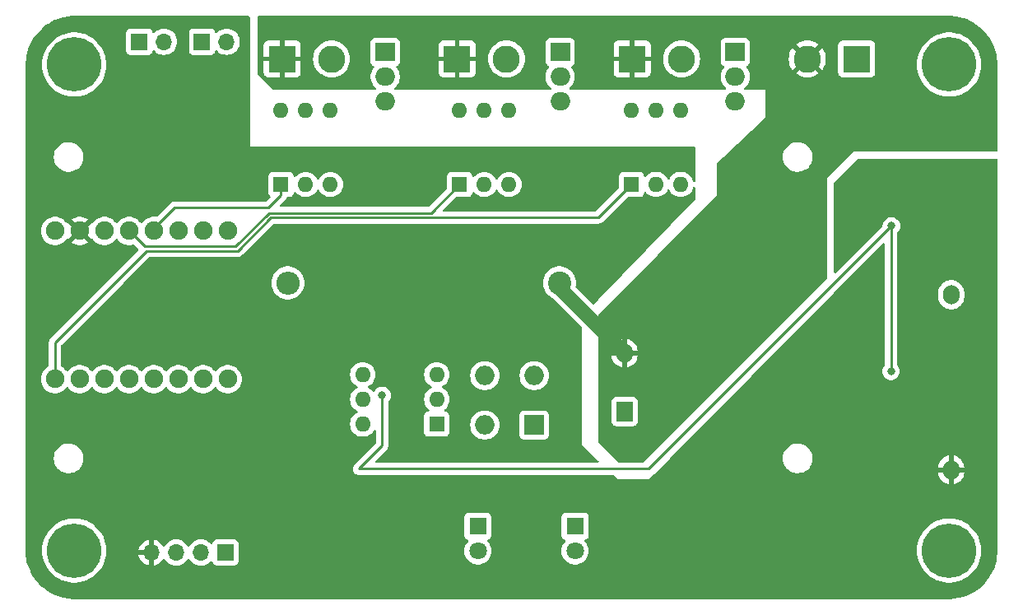
<source format=gbr>
%TF.GenerationSoftware,KiCad,Pcbnew,8.0.5*%
%TF.CreationDate,2024-10-31T00:03:13+01:00*%
%TF.ProjectId,HotPlate_Soldering,486f7450-6c61-4746-955f-536f6c646572,rev?*%
%TF.SameCoordinates,Original*%
%TF.FileFunction,Copper,L2,Bot*%
%TF.FilePolarity,Positive*%
%FSLAX46Y46*%
G04 Gerber Fmt 4.6, Leading zero omitted, Abs format (unit mm)*
G04 Created by KiCad (PCBNEW 8.0.5) date 2024-10-31 00:03:13*
%MOMM*%
%LPD*%
G01*
G04 APERTURE LIST*
%TA.AperFunction,ComponentPad*%
%ADD10O,2.400000X2.400000*%
%TD*%
%TA.AperFunction,ComponentPad*%
%ADD11C,2.400000*%
%TD*%
%TA.AperFunction,ComponentPad*%
%ADD12O,1.700000X2.000000*%
%TD*%
%TA.AperFunction,ComponentPad*%
%ADD13R,1.700000X2.000000*%
%TD*%
%TA.AperFunction,ComponentPad*%
%ADD14C,5.600000*%
%TD*%
%TA.AperFunction,ComponentPad*%
%ADD15R,2.000000X2.000000*%
%TD*%
%TA.AperFunction,ComponentPad*%
%ADD16O,2.000000X2.000000*%
%TD*%
%TA.AperFunction,ComponentPad*%
%ADD17O,2.000000X1.905000*%
%TD*%
%TA.AperFunction,ComponentPad*%
%ADD18R,2.000000X1.905000*%
%TD*%
%TA.AperFunction,ComponentPad*%
%ADD19C,1.800000*%
%TD*%
%TA.AperFunction,ComponentPad*%
%ADD20R,1.800000X1.800000*%
%TD*%
%TA.AperFunction,ComponentPad*%
%ADD21O,1.700000X1.700000*%
%TD*%
%TA.AperFunction,ComponentPad*%
%ADD22R,1.700000X1.700000*%
%TD*%
%TA.AperFunction,ComponentPad*%
%ADD23C,1.905000*%
%TD*%
%TA.AperFunction,ComponentPad*%
%ADD24C,2.800000*%
%TD*%
%TA.AperFunction,ComponentPad*%
%ADD25R,2.800000X2.800000*%
%TD*%
%TA.AperFunction,ComponentPad*%
%ADD26O,1.600000X1.600000*%
%TD*%
%TA.AperFunction,ComponentPad*%
%ADD27R,1.600000X1.600000*%
%TD*%
%TA.AperFunction,ViaPad*%
%ADD28C,0.800000*%
%TD*%
%TA.AperFunction,Conductor*%
%ADD29C,0.250000*%
%TD*%
%TA.AperFunction,Conductor*%
%ADD30C,1.500000*%
%TD*%
G04 APERTURE END LIST*
D10*
%TO.P,R1,2*%
%TO.N,Net-(D1-Pad2)*%
X96480000Y-111025000D03*
D11*
%TO.P,R1,1*%
%TO.N,NEUT*%
X124420000Y-111025000D03*
%TD*%
D12*
%TO.P,PS1,4,+Vout*%
%TO.N,+5V*%
X164725000Y-112250000D03*
%TO.P,PS1,3,-Vout*%
%TO.N,GND*%
X164725000Y-130250000D03*
%TO.P,PS1,2,AC/N*%
%TO.N,NEUT*%
X131125000Y-118250000D03*
D13*
%TO.P,PS1,1,AC/L*%
%TO.N,LINE*%
X131125000Y-124250000D03*
%TD*%
D14*
%TO.P,REF\u002A\u002A,1*%
%TO.N,N/C*%
X74500000Y-88575062D03*
%TD*%
D15*
%TO.P,D1,1,+*%
%TO.N,Net-(D1-+)*%
X121825000Y-125645000D03*
D16*
%TO.P,D1,2*%
%TO.N,Net-(D1-Pad2)*%
X121825000Y-120565000D03*
%TO.P,D1,3,-*%
%TO.N,GNDD*%
X116745000Y-120565000D03*
%TO.P,D1,4*%
%TO.N,LINE*%
X116745000Y-125645000D03*
%TD*%
D14*
%TO.P,,1*%
%TO.N,N/C*%
X164500000Y-88575000D03*
%TD*%
D17*
%TO.P,Q1,3,G*%
%TO.N,Net-(Q1-G)*%
X106500000Y-92380000D03*
%TO.P,Q1,2,A2*%
%TO.N,LINE*%
X106500000Y-89840000D03*
D18*
%TO.P,Q1,1,A1*%
%TO.N,Net-(J3-Pin_2)*%
X106500000Y-87300000D03*
%TD*%
D19*
%TO.P,D2,2,A*%
%TO.N,LED_1*%
X116026191Y-138589187D03*
D20*
%TO.P,D2,1,K*%
%TO.N,Net-(D2-K)*%
X116026191Y-136049187D03*
%TD*%
D21*
%TO.P,J1,2,Pin_2*%
%TO.N,Net-(J1-Pin_2)*%
X90190000Y-86225000D03*
D22*
%TO.P,J1,1,Pin_1*%
%TO.N,+3.3V*%
X87650000Y-86225000D03*
%TD*%
D21*
%TO.P,J7,4,Pin_4*%
%TO.N,GND*%
X82455000Y-138750000D03*
%TO.P,J7,3,Pin_3*%
%TO.N,SDA*%
X84995000Y-138750000D03*
%TO.P,J7,2,Pin_2*%
%TO.N,SCL*%
X87535000Y-138750000D03*
D22*
%TO.P,J7,1,Pin_1*%
%TO.N,+5V*%
X90075000Y-138750000D03*
%TD*%
D23*
%TO.P,U2,G,GND*%
%TO.N,GND*%
X75065000Y-105680000D03*
%TO.P,U2,21,GPIO21*%
%TO.N,unconnected-(U2-GPIO21-Pad21)*%
X90305000Y-120920000D03*
%TO.P,U2,20,GPIO20*%
%TO.N,LED_2*%
X87765000Y-120920000D03*
%TO.P,U2,10,GPIO10*%
%TO.N,LED_1*%
X85225000Y-120920000D03*
%TO.P,U2,9,GPIO9*%
%TO.N,SCL*%
X82685000Y-120920000D03*
%TO.P,U2,8,GPIO8*%
%TO.N,SDA*%
X80145000Y-120920000D03*
%TO.P,U2,7,GPIO7*%
%TO.N,Button_2*%
X77605000Y-120920000D03*
%TO.P,U2,6,GPIO6*%
%TO.N,Button_1*%
X75065000Y-120920000D03*
%TO.P,U2,5V,5V*%
%TO.N,+5V*%
X72525000Y-105680000D03*
%TO.P,U2,5,GPIO5*%
%TO.N,Cera_3*%
X72525000Y-120920000D03*
%TO.P,U2,4,GPIO4*%
%TO.N,Cera_2*%
X80145000Y-105680000D03*
%TO.P,U2,3.3,3V3*%
%TO.N,+3.3V*%
X77605000Y-105680000D03*
%TO.P,U2,3,GPIO3*%
%TO.N,Cera_1*%
X82685000Y-105680000D03*
%TO.P,U2,2,GPIO2*%
%TO.N,Zero_Cross_pin*%
X85225000Y-105680000D03*
%TO.P,U2,1,GPIO1*%
%TO.N,NTC_2*%
X87765000Y-105680000D03*
%TO.P,U2,0,GPIO0*%
%TO.N,NTC_1*%
X90305000Y-105680000D03*
%TD*%
D24*
%TO.P,J4,2,Pin_2*%
%TO.N,Net-(J4-Pin_2)*%
X118980000Y-87990000D03*
D25*
%TO.P,J4,1,Pin_1*%
%TO.N,NEUT*%
X113900000Y-87990000D03*
%TD*%
D24*
%TO.P,J6,2,Pin_2*%
%TO.N,NEUT*%
X149920000Y-87990000D03*
D25*
%TO.P,J6,1,Pin_1*%
%TO.N,LINE*%
X155000000Y-87990000D03*
%TD*%
D14*
%TO.P,,1*%
%TO.N,N/C*%
X164500000Y-138550062D03*
%TD*%
%TO.P,,1*%
%TO.N,N/C*%
X74500000Y-138550062D03*
%TD*%
D17*
%TO.P,Q2,3,G*%
%TO.N,Net-(Q2-G)*%
X124500000Y-92380000D03*
%TO.P,Q2,2,A2*%
%TO.N,LINE*%
X124500000Y-89840000D03*
D18*
%TO.P,Q2,1,A1*%
%TO.N,Net-(J4-Pin_2)*%
X124500000Y-87300000D03*
%TD*%
D20*
%TO.P,D3,1,K*%
%TO.N,Net-(D3-K)*%
X126026191Y-136049187D03*
D19*
%TO.P,D3,2,A*%
%TO.N,LED_2*%
X126026191Y-138589187D03*
%TD*%
D24*
%TO.P,J3,2,Pin_2*%
%TO.N,Net-(J3-Pin_2)*%
X100980000Y-87990000D03*
D25*
%TO.P,J3,1,Pin_1*%
%TO.N,NEUT*%
X95900000Y-87990000D03*
%TD*%
D26*
%TO.P,U3,6*%
%TO.N,Net-(R7-Pad1)*%
X95775000Y-93280000D03*
%TO.P,U3,5,NC*%
%TO.N,unconnected-(U3-NC-Pad5)*%
X98315000Y-93280000D03*
%TO.P,U3,4*%
%TO.N,Net-(Q1-G)*%
X100855000Y-93280000D03*
%TO.P,U3,3,NC*%
%TO.N,unconnected-(U3-NC-Pad3)*%
X100855000Y-100900000D03*
%TO.P,U3,2*%
%TO.N,Net-(R6-Pad1)*%
X98315000Y-100900000D03*
D27*
%TO.P,U3,1*%
%TO.N,Cera_1*%
X95775000Y-100900000D03*
%TD*%
D21*
%TO.P,J2,2,Pin_2*%
%TO.N,Net-(J2-Pin_2)*%
X83740000Y-86225000D03*
D22*
%TO.P,J2,1,Pin_1*%
%TO.N,+3.3V*%
X81200000Y-86225000D03*
%TD*%
D17*
%TO.P,Q3,3,G*%
%TO.N,Net-(Q3-G)*%
X142500000Y-92380000D03*
%TO.P,Q3,2,A2*%
%TO.N,LINE*%
X142500000Y-89840000D03*
D18*
%TO.P,Q3,1,A1*%
%TO.N,Net-(J5-Pin_2)*%
X142500000Y-87300000D03*
%TD*%
D26*
%TO.P,U4,6*%
%TO.N,Net-(R9-Pad1)*%
X114150000Y-93280000D03*
%TO.P,U4,5,NC*%
%TO.N,unconnected-(U4-NC-Pad5)*%
X116690000Y-93280000D03*
%TO.P,U4,4*%
%TO.N,Net-(Q2-G)*%
X119230000Y-93280000D03*
%TO.P,U4,3,NC*%
%TO.N,unconnected-(U4-NC-Pad3)*%
X119230000Y-100900000D03*
%TO.P,U4,2*%
%TO.N,Net-(R8-Pad1)*%
X116690000Y-100900000D03*
D27*
%TO.P,U4,1*%
%TO.N,Cera_2*%
X114150000Y-100900000D03*
%TD*%
D24*
%TO.P,J5,2,Pin_2*%
%TO.N,Net-(J5-Pin_2)*%
X136980000Y-87990000D03*
D25*
%TO.P,J5,1,Pin_1*%
%TO.N,NEUT*%
X131900000Y-87990000D03*
%TD*%
D26*
%TO.P,U1,6*%
%TO.N,unconnected-(U1-Pad6)*%
X104180000Y-125550000D03*
%TO.P,U1,5*%
%TO.N,Zero_Cross_pin*%
X104180000Y-123010000D03*
%TO.P,U1,4*%
%TO.N,Net-(R3-Pad2)*%
X104180000Y-120470000D03*
%TO.P,U1,3,NC*%
%TO.N,unconnected-(U1-NC-Pad3)*%
X111800000Y-120470000D03*
%TO.P,U1,2*%
%TO.N,GNDD*%
X111800000Y-123010000D03*
D27*
%TO.P,U1,1*%
%TO.N,Net-(D1-+)*%
X111800000Y-125550000D03*
%TD*%
D26*
%TO.P,U5,6*%
%TO.N,Net-(R13-Pad1)*%
X131825000Y-93275000D03*
%TO.P,U5,5,NC*%
%TO.N,unconnected-(U5-NC-Pad5)*%
X134365000Y-93275000D03*
%TO.P,U5,4*%
%TO.N,Net-(Q3-G)*%
X136905000Y-93275000D03*
%TO.P,U5,3,NC*%
%TO.N,unconnected-(U5-NC-Pad3)*%
X136905000Y-100895000D03*
%TO.P,U5,2*%
%TO.N,Net-(R11-Pad1)*%
X134365000Y-100895000D03*
D27*
%TO.P,U5,1*%
%TO.N,Cera_3*%
X131825000Y-100895000D03*
%TD*%
D28*
%TO.N,GND*%
X125775000Y-98750000D03*
X133191187Y-97797588D03*
X96800000Y-97800000D03*
X108600000Y-98375000D03*
X91400000Y-97100000D03*
X89025000Y-101400000D03*
X86500000Y-89375000D03*
X72879728Y-93413995D03*
X160475000Y-103925000D03*
X167625000Y-99775000D03*
X167725000Y-105475000D03*
X104700000Y-116450000D03*
X132175000Y-106050000D03*
X116775000Y-106075000D03*
X101675000Y-105800000D03*
X75100000Y-101925000D03*
X81275000Y-101175000D03*
X76125000Y-110525000D03*
X86000000Y-113975000D03*
X72500000Y-133900000D03*
X76350000Y-126225000D03*
X81125000Y-126700000D03*
X87225000Y-128825000D03*
X98600000Y-128850000D03*
X96875000Y-137225000D03*
X106575000Y-136600000D03*
X142482045Y-128093914D03*
X148950000Y-119250000D03*
X160500000Y-114675000D03*
X155325000Y-129725000D03*
X154125000Y-137250000D03*
X136250000Y-137325000D03*
X145825000Y-137350000D03*
%TO.N,+3.3V*%
X158525000Y-120125000D03*
X106175000Y-122600000D03*
X158575000Y-105175000D03*
%TD*%
D29*
%TO.N,+3.3V*%
X158525000Y-105225000D02*
X158525000Y-120125000D01*
X158575000Y-105175000D02*
X158525000Y-105225000D01*
X106175000Y-127775000D02*
X106175000Y-122600000D01*
X103800000Y-130150000D02*
X106175000Y-127775000D01*
X133600000Y-130150000D02*
X103800000Y-130150000D01*
X158575000Y-105175000D02*
X133600000Y-130150000D01*
D30*
%TO.N,NEUT*%
X124420000Y-111025000D02*
X124420000Y-111545000D01*
X124420000Y-111545000D02*
X131125000Y-118250000D01*
D29*
%TO.N,Cera_3*%
X128420000Y-104300000D02*
X131825000Y-100895000D01*
X94736396Y-104300000D02*
X128420000Y-104300000D01*
X91311396Y-107725000D02*
X94736396Y-104300000D01*
X72525000Y-117150000D02*
X81950000Y-107725000D01*
X72525000Y-120920000D02*
X72525000Y-117150000D01*
X81950000Y-107725000D02*
X91311396Y-107725000D01*
%TO.N,Cera_2*%
X91125000Y-107275000D02*
X81740000Y-107275000D01*
X94550000Y-103850000D02*
X91125000Y-107275000D01*
X81740000Y-107275000D02*
X80145000Y-105680000D01*
X111200000Y-103850000D02*
X94550000Y-103850000D01*
X114150000Y-100900000D02*
X111200000Y-103850000D01*
%TO.N,Cera_1*%
X82685000Y-105415000D02*
X82685000Y-105680000D01*
X94491658Y-103300000D02*
X84800000Y-103300000D01*
X84800000Y-103300000D02*
X82685000Y-105415000D01*
X95775000Y-102016658D02*
X94491658Y-103300000D01*
X95775000Y-100900000D02*
X95775000Y-102016658D01*
%TD*%
%TA.AperFunction,Conductor*%
%TO.N,NEUT*%
G36*
X145600000Y-91195225D02*
G01*
X143536900Y-91194400D01*
X143469869Y-91174689D01*
X143424135Y-91121866D01*
X143414219Y-91052704D01*
X143443270Y-90989160D01*
X143464058Y-90970087D01*
X143494066Y-90948286D01*
X143655786Y-90786566D01*
X143790217Y-90601538D01*
X143894048Y-90397758D01*
X143964722Y-90180245D01*
X144000500Y-89954354D01*
X144000500Y-89725646D01*
X143964722Y-89499755D01*
X143964721Y-89499751D01*
X143964721Y-89499750D01*
X143894049Y-89282244D01*
X143790216Y-89078461D01*
X143657472Y-88895755D01*
X143633994Y-88829953D01*
X143649819Y-88761899D01*
X143699925Y-88713204D01*
X143714455Y-88706692D01*
X143742331Y-88696296D01*
X143857546Y-88610046D01*
X143943796Y-88494831D01*
X143994091Y-88359983D01*
X144000500Y-88300373D01*
X144000499Y-86299628D01*
X143994091Y-86240017D01*
X143991270Y-86232454D01*
X143943797Y-86105171D01*
X143943793Y-86105164D01*
X143857547Y-85989955D01*
X143857544Y-85989952D01*
X143742335Y-85903706D01*
X143742328Y-85903702D01*
X143607482Y-85853408D01*
X143607483Y-85853408D01*
X143547883Y-85847001D01*
X143547881Y-85847000D01*
X143547873Y-85847000D01*
X143547864Y-85847000D01*
X141452129Y-85847000D01*
X141452123Y-85847001D01*
X141392516Y-85853408D01*
X141257671Y-85903702D01*
X141257664Y-85903706D01*
X141142455Y-85989952D01*
X141142452Y-85989955D01*
X141056206Y-86105164D01*
X141056202Y-86105171D01*
X141005908Y-86240017D01*
X140999501Y-86299616D01*
X140999501Y-86299623D01*
X140999500Y-86299635D01*
X140999500Y-88300370D01*
X140999501Y-88300376D01*
X141005908Y-88359983D01*
X141056202Y-88494828D01*
X141056206Y-88494835D01*
X141142452Y-88610044D01*
X141142455Y-88610047D01*
X141257664Y-88696293D01*
X141257669Y-88696296D01*
X141285539Y-88706690D01*
X141341473Y-88748561D01*
X141365891Y-88814024D01*
X141351040Y-88882298D01*
X141342525Y-88895759D01*
X141209783Y-89078461D01*
X141105950Y-89282244D01*
X141035278Y-89499750D01*
X141035278Y-89499753D01*
X140999500Y-89725646D01*
X140999500Y-89954353D01*
X141035278Y-90180246D01*
X141035278Y-90180249D01*
X141105950Y-90397755D01*
X141105952Y-90397758D01*
X141209783Y-90601538D01*
X141344214Y-90786566D01*
X141505934Y-90948286D01*
X141526039Y-90962893D01*
X141534793Y-90969253D01*
X141577459Y-91024584D01*
X141583437Y-91094197D01*
X141550831Y-91155992D01*
X141489992Y-91190349D01*
X141461857Y-91193571D01*
X125546792Y-91187213D01*
X125479761Y-91167502D01*
X125434027Y-91114679D01*
X125424111Y-91045517D01*
X125453162Y-90981973D01*
X125473955Y-90962897D01*
X125494066Y-90948286D01*
X125655786Y-90786566D01*
X125790217Y-90601538D01*
X125894048Y-90397758D01*
X125964722Y-90180245D01*
X126000500Y-89954354D01*
X126000500Y-89725646D01*
X125964722Y-89499755D01*
X125964721Y-89499751D01*
X125964721Y-89499750D01*
X125894049Y-89282244D01*
X125790216Y-89078461D01*
X125657472Y-88895755D01*
X125633994Y-88829953D01*
X125649819Y-88761899D01*
X125699925Y-88713204D01*
X125714455Y-88706692D01*
X125742331Y-88696296D01*
X125857546Y-88610046D01*
X125943796Y-88494831D01*
X125994091Y-88359983D01*
X126000500Y-88300373D01*
X126000499Y-86542155D01*
X130000000Y-86542155D01*
X130000000Y-87740000D01*
X131057586Y-87740000D01*
X131025000Y-87903820D01*
X131025000Y-88076180D01*
X131057586Y-88240000D01*
X130000000Y-88240000D01*
X130000000Y-89437844D01*
X130006401Y-89497372D01*
X130006403Y-89497379D01*
X130056645Y-89632086D01*
X130056649Y-89632093D01*
X130142809Y-89747187D01*
X130142812Y-89747190D01*
X130257906Y-89833350D01*
X130257913Y-89833354D01*
X130392620Y-89883596D01*
X130392627Y-89883598D01*
X130452155Y-89889999D01*
X130452172Y-89890000D01*
X131650000Y-89890000D01*
X131650000Y-88832413D01*
X131813820Y-88865000D01*
X131986180Y-88865000D01*
X132150000Y-88832413D01*
X132150000Y-89890000D01*
X133347828Y-89890000D01*
X133347844Y-89889999D01*
X133407372Y-89883598D01*
X133407379Y-89883596D01*
X133542086Y-89833354D01*
X133542093Y-89833350D01*
X133657187Y-89747190D01*
X133657190Y-89747187D01*
X133743350Y-89632093D01*
X133743354Y-89632086D01*
X133793596Y-89497379D01*
X133793598Y-89497372D01*
X133799999Y-89437844D01*
X133800000Y-89437827D01*
X133800000Y-88240000D01*
X132742414Y-88240000D01*
X132775000Y-88076180D01*
X132775000Y-87989998D01*
X135074645Y-87989998D01*
X135074645Y-87990001D01*
X135094039Y-88261160D01*
X135094040Y-88261167D01*
X135144870Y-88494831D01*
X135151825Y-88526801D01*
X135215044Y-88696296D01*
X135246830Y-88781519D01*
X135377109Y-89020107D01*
X135377110Y-89020108D01*
X135377113Y-89020113D01*
X135540029Y-89237742D01*
X135540033Y-89237746D01*
X135540038Y-89237752D01*
X135732247Y-89429961D01*
X135732253Y-89429966D01*
X135732258Y-89429971D01*
X135949887Y-89592887D01*
X135949891Y-89592889D01*
X135949892Y-89592890D01*
X136188481Y-89723169D01*
X136188480Y-89723169D01*
X136188484Y-89723170D01*
X136188487Y-89723172D01*
X136443199Y-89818175D01*
X136708840Y-89875961D01*
X136960605Y-89893967D01*
X136979999Y-89895355D01*
X136980000Y-89895355D01*
X136980001Y-89895355D01*
X136998100Y-89894060D01*
X137251160Y-89875961D01*
X137516801Y-89818175D01*
X137771513Y-89723172D01*
X137771517Y-89723169D01*
X137771519Y-89723169D01*
X137976357Y-89611319D01*
X138010113Y-89592887D01*
X138227742Y-89429971D01*
X138419971Y-89237742D01*
X138582887Y-89020113D01*
X138713172Y-88781513D01*
X138808175Y-88526801D01*
X138865961Y-88261160D01*
X138885355Y-87990000D01*
X138865961Y-87718840D01*
X138808175Y-87453199D01*
X138713172Y-87198487D01*
X138713170Y-87198484D01*
X138713169Y-87198480D01*
X138582890Y-86959892D01*
X138582889Y-86959891D01*
X138582887Y-86959887D01*
X138419971Y-86742258D01*
X138419966Y-86742253D01*
X138419961Y-86742247D01*
X138227752Y-86550038D01*
X138227746Y-86550033D01*
X138227742Y-86550029D01*
X138010113Y-86387113D01*
X138010108Y-86387110D01*
X138010107Y-86387109D01*
X137771518Y-86256830D01*
X137771519Y-86256830D01*
X137707116Y-86232809D01*
X137516801Y-86161825D01*
X137516794Y-86161823D01*
X137516793Y-86161823D01*
X137251167Y-86104040D01*
X137251160Y-86104039D01*
X136980001Y-86084645D01*
X136979999Y-86084645D01*
X136708839Y-86104039D01*
X136708832Y-86104040D01*
X136443206Y-86161823D01*
X136443202Y-86161824D01*
X136443199Y-86161825D01*
X136315843Y-86209326D01*
X136188480Y-86256830D01*
X135949892Y-86387109D01*
X135949891Y-86387110D01*
X135732259Y-86550028D01*
X135732247Y-86550038D01*
X135540038Y-86742247D01*
X135540028Y-86742259D01*
X135377110Y-86959891D01*
X135377109Y-86959892D01*
X135246830Y-87198480D01*
X135205108Y-87310343D01*
X135151825Y-87453199D01*
X135151824Y-87453202D01*
X135151823Y-87453206D01*
X135094040Y-87718832D01*
X135094039Y-87718839D01*
X135074645Y-87989998D01*
X132775000Y-87989998D01*
X132775000Y-87903820D01*
X132742414Y-87740000D01*
X133800000Y-87740000D01*
X133800000Y-86542172D01*
X133799999Y-86542155D01*
X133793598Y-86482627D01*
X133793596Y-86482620D01*
X133743354Y-86347913D01*
X133743350Y-86347906D01*
X133657190Y-86232812D01*
X133657187Y-86232809D01*
X133542093Y-86146649D01*
X133542086Y-86146645D01*
X133407379Y-86096403D01*
X133407372Y-86096401D01*
X133347844Y-86090000D01*
X132150000Y-86090000D01*
X132150000Y-87147586D01*
X131986180Y-87115000D01*
X131813820Y-87115000D01*
X131650000Y-87147586D01*
X131650000Y-86090000D01*
X130452155Y-86090000D01*
X130392627Y-86096401D01*
X130392620Y-86096403D01*
X130257913Y-86146645D01*
X130257906Y-86146649D01*
X130142812Y-86232809D01*
X130142809Y-86232812D01*
X130056649Y-86347906D01*
X130056645Y-86347913D01*
X130006403Y-86482620D01*
X130006401Y-86482627D01*
X130000000Y-86542155D01*
X126000499Y-86542155D01*
X126000499Y-86299628D01*
X125994091Y-86240017D01*
X125991270Y-86232454D01*
X125943797Y-86105171D01*
X125943793Y-86105164D01*
X125857547Y-85989955D01*
X125857544Y-85989952D01*
X125742335Y-85903706D01*
X125742328Y-85903702D01*
X125607482Y-85853408D01*
X125607483Y-85853408D01*
X125547883Y-85847001D01*
X125547881Y-85847000D01*
X125547873Y-85847000D01*
X125547864Y-85847000D01*
X123452129Y-85847000D01*
X123452123Y-85847001D01*
X123392516Y-85853408D01*
X123257671Y-85903702D01*
X123257664Y-85903706D01*
X123142455Y-85989952D01*
X123142452Y-85989955D01*
X123056206Y-86105164D01*
X123056202Y-86105171D01*
X123005908Y-86240017D01*
X122999501Y-86299616D01*
X122999501Y-86299623D01*
X122999500Y-86299635D01*
X122999500Y-88300370D01*
X122999501Y-88300376D01*
X123005908Y-88359983D01*
X123056202Y-88494828D01*
X123056206Y-88494835D01*
X123142452Y-88610044D01*
X123142455Y-88610047D01*
X123257664Y-88696293D01*
X123257669Y-88696296D01*
X123285539Y-88706690D01*
X123341473Y-88748561D01*
X123365891Y-88814024D01*
X123351040Y-88882298D01*
X123342525Y-88895759D01*
X123209783Y-89078461D01*
X123105950Y-89282244D01*
X123035278Y-89499750D01*
X123035278Y-89499753D01*
X122999500Y-89725646D01*
X122999500Y-89954353D01*
X123035278Y-90180246D01*
X123035278Y-90180249D01*
X123105950Y-90397755D01*
X123105952Y-90397758D01*
X123209783Y-90601538D01*
X123344214Y-90786566D01*
X123505934Y-90948286D01*
X123524890Y-90962058D01*
X123567556Y-91017387D01*
X123573535Y-91087000D01*
X123540930Y-91148795D01*
X123480092Y-91183153D01*
X123451955Y-91186376D01*
X107556686Y-91180025D01*
X107489655Y-91160314D01*
X107443921Y-91107491D01*
X107434005Y-91038329D01*
X107463056Y-90974785D01*
X107483851Y-90955707D01*
X107494066Y-90948286D01*
X107655786Y-90786566D01*
X107790217Y-90601538D01*
X107894048Y-90397758D01*
X107964722Y-90180245D01*
X108000500Y-89954354D01*
X108000500Y-89725646D01*
X107964722Y-89499755D01*
X107964721Y-89499751D01*
X107964721Y-89499750D01*
X107894049Y-89282244D01*
X107790216Y-89078461D01*
X107657472Y-88895755D01*
X107633994Y-88829953D01*
X107649819Y-88761899D01*
X107699925Y-88713204D01*
X107714455Y-88706692D01*
X107742331Y-88696296D01*
X107857546Y-88610046D01*
X107943796Y-88494831D01*
X107994091Y-88359983D01*
X108000500Y-88300373D01*
X108000499Y-86542155D01*
X112000000Y-86542155D01*
X112000000Y-87740000D01*
X113057586Y-87740000D01*
X113025000Y-87903820D01*
X113025000Y-88076180D01*
X113057586Y-88240000D01*
X112000000Y-88240000D01*
X112000000Y-89437844D01*
X112006401Y-89497372D01*
X112006403Y-89497379D01*
X112056645Y-89632086D01*
X112056649Y-89632093D01*
X112142809Y-89747187D01*
X112142812Y-89747190D01*
X112257906Y-89833350D01*
X112257913Y-89833354D01*
X112392620Y-89883596D01*
X112392627Y-89883598D01*
X112452155Y-89889999D01*
X112452172Y-89890000D01*
X113650000Y-89890000D01*
X113650000Y-88832413D01*
X113813820Y-88865000D01*
X113986180Y-88865000D01*
X114150000Y-88832413D01*
X114150000Y-89890000D01*
X115347828Y-89890000D01*
X115347844Y-89889999D01*
X115407372Y-89883598D01*
X115407379Y-89883596D01*
X115542086Y-89833354D01*
X115542093Y-89833350D01*
X115657187Y-89747190D01*
X115657190Y-89747187D01*
X115743350Y-89632093D01*
X115743354Y-89632086D01*
X115793596Y-89497379D01*
X115793598Y-89497372D01*
X115799999Y-89437844D01*
X115800000Y-89437827D01*
X115800000Y-88240000D01*
X114742414Y-88240000D01*
X114775000Y-88076180D01*
X114775000Y-87989998D01*
X117074645Y-87989998D01*
X117074645Y-87990001D01*
X117094039Y-88261160D01*
X117094040Y-88261167D01*
X117144870Y-88494831D01*
X117151825Y-88526801D01*
X117215044Y-88696296D01*
X117246830Y-88781519D01*
X117377109Y-89020107D01*
X117377110Y-89020108D01*
X117377113Y-89020113D01*
X117540029Y-89237742D01*
X117540033Y-89237746D01*
X117540038Y-89237752D01*
X117732247Y-89429961D01*
X117732253Y-89429966D01*
X117732258Y-89429971D01*
X117949887Y-89592887D01*
X117949891Y-89592889D01*
X117949892Y-89592890D01*
X118188481Y-89723169D01*
X118188480Y-89723169D01*
X118188484Y-89723170D01*
X118188487Y-89723172D01*
X118443199Y-89818175D01*
X118708840Y-89875961D01*
X118960605Y-89893967D01*
X118979999Y-89895355D01*
X118980000Y-89895355D01*
X118980001Y-89895355D01*
X118998100Y-89894060D01*
X119251160Y-89875961D01*
X119516801Y-89818175D01*
X119771513Y-89723172D01*
X119771517Y-89723169D01*
X119771519Y-89723169D01*
X119976357Y-89611319D01*
X120010113Y-89592887D01*
X120227742Y-89429971D01*
X120419971Y-89237742D01*
X120582887Y-89020113D01*
X120713172Y-88781513D01*
X120808175Y-88526801D01*
X120865961Y-88261160D01*
X120885355Y-87990000D01*
X120865961Y-87718840D01*
X120808175Y-87453199D01*
X120713172Y-87198487D01*
X120713170Y-87198484D01*
X120713169Y-87198480D01*
X120582890Y-86959892D01*
X120582889Y-86959891D01*
X120582887Y-86959887D01*
X120419971Y-86742258D01*
X120419966Y-86742253D01*
X120419961Y-86742247D01*
X120227752Y-86550038D01*
X120227746Y-86550033D01*
X120227742Y-86550029D01*
X120010113Y-86387113D01*
X120010108Y-86387110D01*
X120010107Y-86387109D01*
X119771518Y-86256830D01*
X119771519Y-86256830D01*
X119707116Y-86232809D01*
X119516801Y-86161825D01*
X119516794Y-86161823D01*
X119516793Y-86161823D01*
X119251167Y-86104040D01*
X119251160Y-86104039D01*
X118980001Y-86084645D01*
X118979999Y-86084645D01*
X118708839Y-86104039D01*
X118708832Y-86104040D01*
X118443206Y-86161823D01*
X118443202Y-86161824D01*
X118443199Y-86161825D01*
X118315843Y-86209326D01*
X118188480Y-86256830D01*
X117949892Y-86387109D01*
X117949891Y-86387110D01*
X117732259Y-86550028D01*
X117732247Y-86550038D01*
X117540038Y-86742247D01*
X117540028Y-86742259D01*
X117377110Y-86959891D01*
X117377109Y-86959892D01*
X117246830Y-87198480D01*
X117205108Y-87310343D01*
X117151825Y-87453199D01*
X117151824Y-87453202D01*
X117151823Y-87453206D01*
X117094040Y-87718832D01*
X117094039Y-87718839D01*
X117074645Y-87989998D01*
X114775000Y-87989998D01*
X114775000Y-87903820D01*
X114742414Y-87740000D01*
X115800000Y-87740000D01*
X115800000Y-86542172D01*
X115799999Y-86542155D01*
X115793598Y-86482627D01*
X115793596Y-86482620D01*
X115743354Y-86347913D01*
X115743350Y-86347906D01*
X115657190Y-86232812D01*
X115657187Y-86232809D01*
X115542093Y-86146649D01*
X115542086Y-86146645D01*
X115407379Y-86096403D01*
X115407372Y-86096401D01*
X115347844Y-86090000D01*
X114150000Y-86090000D01*
X114150000Y-87147586D01*
X113986180Y-87115000D01*
X113813820Y-87115000D01*
X113650000Y-87147586D01*
X113650000Y-86090000D01*
X112452155Y-86090000D01*
X112392627Y-86096401D01*
X112392620Y-86096403D01*
X112257913Y-86146645D01*
X112257906Y-86146649D01*
X112142812Y-86232809D01*
X112142809Y-86232812D01*
X112056649Y-86347906D01*
X112056645Y-86347913D01*
X112006403Y-86482620D01*
X112006401Y-86482627D01*
X112000000Y-86542155D01*
X108000499Y-86542155D01*
X108000499Y-86299628D01*
X107994091Y-86240017D01*
X107991270Y-86232454D01*
X107943797Y-86105171D01*
X107943793Y-86105164D01*
X107857547Y-85989955D01*
X107857544Y-85989952D01*
X107742335Y-85903706D01*
X107742328Y-85903702D01*
X107607482Y-85853408D01*
X107607483Y-85853408D01*
X107547883Y-85847001D01*
X107547881Y-85847000D01*
X107547873Y-85847000D01*
X107547864Y-85847000D01*
X105452129Y-85847000D01*
X105452123Y-85847001D01*
X105392516Y-85853408D01*
X105257671Y-85903702D01*
X105257664Y-85903706D01*
X105142455Y-85989952D01*
X105142452Y-85989955D01*
X105056206Y-86105164D01*
X105056202Y-86105171D01*
X105005908Y-86240017D01*
X104999501Y-86299616D01*
X104999501Y-86299623D01*
X104999500Y-86299635D01*
X104999500Y-88300370D01*
X104999501Y-88300376D01*
X105005908Y-88359983D01*
X105056202Y-88494828D01*
X105056206Y-88494835D01*
X105142452Y-88610044D01*
X105142455Y-88610047D01*
X105257664Y-88696293D01*
X105257669Y-88696296D01*
X105285539Y-88706690D01*
X105341473Y-88748561D01*
X105365891Y-88814024D01*
X105351040Y-88882298D01*
X105342525Y-88895759D01*
X105209783Y-89078461D01*
X105105950Y-89282244D01*
X105035278Y-89499750D01*
X105035278Y-89499753D01*
X104999500Y-89725646D01*
X104999500Y-89954353D01*
X105035278Y-90180246D01*
X105035278Y-90180249D01*
X105105950Y-90397755D01*
X105105952Y-90397758D01*
X105209783Y-90601538D01*
X105344214Y-90786566D01*
X105505934Y-90948286D01*
X105514986Y-90954863D01*
X105557652Y-91010190D01*
X105563633Y-91079804D01*
X105531028Y-91141599D01*
X105470190Y-91175958D01*
X105442052Y-91179181D01*
X95026332Y-91175020D01*
X94959301Y-91155309D01*
X94938701Y-91138701D01*
X93411319Y-89611319D01*
X93377834Y-89549996D01*
X93375000Y-89523638D01*
X93375000Y-86542155D01*
X94000000Y-86542155D01*
X94000000Y-87740000D01*
X95057586Y-87740000D01*
X95025000Y-87903820D01*
X95025000Y-88076180D01*
X95057586Y-88240000D01*
X94000000Y-88240000D01*
X94000000Y-89437844D01*
X94006401Y-89497372D01*
X94006403Y-89497379D01*
X94056645Y-89632086D01*
X94056649Y-89632093D01*
X94142809Y-89747187D01*
X94142812Y-89747190D01*
X94257906Y-89833350D01*
X94257913Y-89833354D01*
X94392620Y-89883596D01*
X94392627Y-89883598D01*
X94452155Y-89889999D01*
X94452172Y-89890000D01*
X95650000Y-89890000D01*
X95650000Y-88832413D01*
X95813820Y-88865000D01*
X95986180Y-88865000D01*
X96150000Y-88832413D01*
X96150000Y-89890000D01*
X97347828Y-89890000D01*
X97347844Y-89889999D01*
X97407372Y-89883598D01*
X97407379Y-89883596D01*
X97542086Y-89833354D01*
X97542093Y-89833350D01*
X97657187Y-89747190D01*
X97657190Y-89747187D01*
X97743350Y-89632093D01*
X97743354Y-89632086D01*
X97793596Y-89497379D01*
X97793598Y-89497372D01*
X97799999Y-89437844D01*
X97800000Y-89437827D01*
X97800000Y-88240000D01*
X96742414Y-88240000D01*
X96775000Y-88076180D01*
X96775000Y-87989998D01*
X99074645Y-87989998D01*
X99074645Y-87990001D01*
X99094039Y-88261160D01*
X99094040Y-88261167D01*
X99144870Y-88494831D01*
X99151825Y-88526801D01*
X99215044Y-88696296D01*
X99246830Y-88781519D01*
X99377109Y-89020107D01*
X99377110Y-89020108D01*
X99377113Y-89020113D01*
X99540029Y-89237742D01*
X99540033Y-89237746D01*
X99540038Y-89237752D01*
X99732247Y-89429961D01*
X99732253Y-89429966D01*
X99732258Y-89429971D01*
X99949887Y-89592887D01*
X99949891Y-89592889D01*
X99949892Y-89592890D01*
X100188481Y-89723169D01*
X100188480Y-89723169D01*
X100188484Y-89723170D01*
X100188487Y-89723172D01*
X100443199Y-89818175D01*
X100708840Y-89875961D01*
X100960605Y-89893967D01*
X100979999Y-89895355D01*
X100980000Y-89895355D01*
X100980001Y-89895355D01*
X100998100Y-89894060D01*
X101251160Y-89875961D01*
X101516801Y-89818175D01*
X101771513Y-89723172D01*
X101771517Y-89723169D01*
X101771519Y-89723169D01*
X101976357Y-89611319D01*
X102010113Y-89592887D01*
X102227742Y-89429971D01*
X102419971Y-89237742D01*
X102582887Y-89020113D01*
X102713172Y-88781513D01*
X102808175Y-88526801D01*
X102865961Y-88261160D01*
X102885355Y-87990000D01*
X102865961Y-87718840D01*
X102808175Y-87453199D01*
X102713172Y-87198487D01*
X102713170Y-87198484D01*
X102713169Y-87198480D01*
X102582890Y-86959892D01*
X102582889Y-86959891D01*
X102582887Y-86959887D01*
X102419971Y-86742258D01*
X102419966Y-86742253D01*
X102419961Y-86742247D01*
X102227752Y-86550038D01*
X102227746Y-86550033D01*
X102227742Y-86550029D01*
X102010113Y-86387113D01*
X102010108Y-86387110D01*
X102010107Y-86387109D01*
X101771518Y-86256830D01*
X101771519Y-86256830D01*
X101707116Y-86232809D01*
X101516801Y-86161825D01*
X101516794Y-86161823D01*
X101516793Y-86161823D01*
X101251167Y-86104040D01*
X101251160Y-86104039D01*
X100980001Y-86084645D01*
X100979999Y-86084645D01*
X100708839Y-86104039D01*
X100708832Y-86104040D01*
X100443206Y-86161823D01*
X100443202Y-86161824D01*
X100443199Y-86161825D01*
X100315843Y-86209326D01*
X100188480Y-86256830D01*
X99949892Y-86387109D01*
X99949891Y-86387110D01*
X99732259Y-86550028D01*
X99732247Y-86550038D01*
X99540038Y-86742247D01*
X99540028Y-86742259D01*
X99377110Y-86959891D01*
X99377109Y-86959892D01*
X99246830Y-87198480D01*
X99205108Y-87310343D01*
X99151825Y-87453199D01*
X99151824Y-87453202D01*
X99151823Y-87453206D01*
X99094040Y-87718832D01*
X99094039Y-87718839D01*
X99074645Y-87989998D01*
X96775000Y-87989998D01*
X96775000Y-87903820D01*
X96742414Y-87740000D01*
X97800000Y-87740000D01*
X97800000Y-86542172D01*
X97799999Y-86542155D01*
X97793598Y-86482627D01*
X97793596Y-86482620D01*
X97743354Y-86347913D01*
X97743350Y-86347906D01*
X97657190Y-86232812D01*
X97657187Y-86232809D01*
X97542093Y-86146649D01*
X97542086Y-86146645D01*
X97407379Y-86096403D01*
X97407372Y-86096401D01*
X97347844Y-86090000D01*
X96150000Y-86090000D01*
X96150000Y-87147586D01*
X95986180Y-87115000D01*
X95813820Y-87115000D01*
X95650000Y-87147586D01*
X95650000Y-86090000D01*
X94452155Y-86090000D01*
X94392627Y-86096401D01*
X94392620Y-86096403D01*
X94257913Y-86146645D01*
X94257906Y-86146649D01*
X94142812Y-86232809D01*
X94142809Y-86232812D01*
X94056649Y-86347906D01*
X94056645Y-86347913D01*
X94006403Y-86482620D01*
X94006401Y-86482627D01*
X94000000Y-86542155D01*
X93375000Y-86542155D01*
X93375000Y-83699000D01*
X93394685Y-83631961D01*
X93447489Y-83586206D01*
X93499000Y-83575000D01*
X145600000Y-83575000D01*
X145600000Y-91195225D01*
G37*
%TD.AperFunction*%
%TD*%
%TA.AperFunction,Conductor*%
%TO.N,NEUT*%
G36*
X164500641Y-83575006D02*
G01*
X164713481Y-83577328D01*
X164722916Y-83577792D01*
X164800788Y-83584605D01*
X164967052Y-83599151D01*
X164969938Y-83599437D01*
X165037012Y-83606889D01*
X165215839Y-83626759D01*
X165223634Y-83627879D01*
X165577387Y-83690255D01*
X165587926Y-83692591D01*
X165999033Y-83802747D01*
X166009322Y-83805992D01*
X166093710Y-83836706D01*
X166096443Y-83837738D01*
X166527026Y-84006227D01*
X166534236Y-84009315D01*
X166601244Y-84040561D01*
X166634491Y-84056065D01*
X166639245Y-84058407D01*
X166969352Y-84230063D01*
X166974100Y-84232667D01*
X167133514Y-84324704D01*
X167183089Y-84353327D01*
X167192212Y-84359139D01*
X167316469Y-84446144D01*
X167324054Y-84451901D01*
X167895318Y-84921154D01*
X167904291Y-84929291D01*
X168276627Y-85301627D01*
X168283936Y-85309602D01*
X168410926Y-85460943D01*
X168416839Y-85468575D01*
X168719346Y-85892085D01*
X168729352Y-85908705D01*
X169146057Y-86742115D01*
X169152785Y-86758357D01*
X169326796Y-87280392D01*
X169328934Y-87287510D01*
X169382405Y-87487062D01*
X169384746Y-87497624D01*
X169421222Y-87704493D01*
X169422425Y-87713044D01*
X169497867Y-88429751D01*
X169498541Y-88441378D01*
X169499993Y-88574357D01*
X169500000Y-88575711D01*
X169500000Y-97376000D01*
X169480315Y-97443039D01*
X169427511Y-97488794D01*
X169376000Y-97500000D01*
X154749999Y-97500000D01*
X152000000Y-100249999D01*
X152000000Y-110448638D01*
X151980315Y-110515677D01*
X151963681Y-110536319D01*
X133036319Y-129463681D01*
X132974996Y-129497166D01*
X132948638Y-129500000D01*
X130550923Y-129500000D01*
X130483884Y-129480315D01*
X130463775Y-129464211D01*
X128461852Y-127486408D01*
X128427996Y-127425289D01*
X128425000Y-127398197D01*
X128425000Y-123202135D01*
X129774500Y-123202135D01*
X129774500Y-125297870D01*
X129774501Y-125297876D01*
X129780908Y-125357483D01*
X129831202Y-125492328D01*
X129831206Y-125492335D01*
X129917452Y-125607544D01*
X129917455Y-125607547D01*
X130032664Y-125693793D01*
X130032671Y-125693797D01*
X130167517Y-125744091D01*
X130167516Y-125744091D01*
X130174444Y-125744835D01*
X130227127Y-125750500D01*
X132022872Y-125750499D01*
X132082483Y-125744091D01*
X132217331Y-125693796D01*
X132332546Y-125607546D01*
X132418796Y-125492331D01*
X132469091Y-125357483D01*
X132475500Y-125297873D01*
X132475499Y-123202128D01*
X132469091Y-123142517D01*
X132418796Y-123007669D01*
X132418795Y-123007668D01*
X132418793Y-123007664D01*
X132332547Y-122892455D01*
X132332544Y-122892452D01*
X132217335Y-122806206D01*
X132217328Y-122806202D01*
X132082482Y-122755908D01*
X132082483Y-122755908D01*
X132022883Y-122749501D01*
X132022881Y-122749500D01*
X132022873Y-122749500D01*
X132022864Y-122749500D01*
X130227129Y-122749500D01*
X130227123Y-122749501D01*
X130167516Y-122755908D01*
X130032671Y-122806202D01*
X130032664Y-122806206D01*
X129917455Y-122892452D01*
X129917452Y-122892455D01*
X129831206Y-123007664D01*
X129831202Y-123007671D01*
X129780908Y-123142517D01*
X129774501Y-123202116D01*
X129774501Y-123202123D01*
X129774500Y-123202135D01*
X128425000Y-123202135D01*
X128425000Y-117993753D01*
X129775000Y-117993753D01*
X129775000Y-118000000D01*
X130691988Y-118000000D01*
X130659075Y-118057007D01*
X130625000Y-118184174D01*
X130625000Y-118315826D01*
X130659075Y-118442993D01*
X130691988Y-118500000D01*
X129775000Y-118500000D01*
X129775000Y-118506246D01*
X129808242Y-118716127D01*
X129808242Y-118716130D01*
X129873904Y-118918217D01*
X129970379Y-119107557D01*
X130095272Y-119279459D01*
X130095276Y-119279464D01*
X130245535Y-119429723D01*
X130245540Y-119429727D01*
X130417442Y-119554620D01*
X130606782Y-119651095D01*
X130808871Y-119716757D01*
X130875000Y-119727231D01*
X130875000Y-118683012D01*
X130932007Y-118715925D01*
X131059174Y-118750000D01*
X131190826Y-118750000D01*
X131317993Y-118715925D01*
X131375000Y-118683012D01*
X131375000Y-119727230D01*
X131441126Y-119716757D01*
X131441129Y-119716757D01*
X131643217Y-119651095D01*
X131832557Y-119554620D01*
X132004459Y-119429727D01*
X132004464Y-119429723D01*
X132154723Y-119279464D01*
X132154727Y-119279459D01*
X132279620Y-119107557D01*
X132376095Y-118918217D01*
X132441757Y-118716130D01*
X132441757Y-118716127D01*
X132475000Y-118506246D01*
X132475000Y-118500000D01*
X131558012Y-118500000D01*
X131590925Y-118442993D01*
X131625000Y-118315826D01*
X131625000Y-118184174D01*
X131590925Y-118057007D01*
X131558012Y-118000000D01*
X132475000Y-118000000D01*
X132475000Y-117993753D01*
X132441757Y-117783872D01*
X132441757Y-117783869D01*
X132376095Y-117581782D01*
X132279620Y-117392442D01*
X132154727Y-117220540D01*
X132154723Y-117220535D01*
X132004464Y-117070276D01*
X132004459Y-117070272D01*
X131832557Y-116945379D01*
X131643215Y-116848903D01*
X131441124Y-116783241D01*
X131375000Y-116772768D01*
X131375000Y-117816988D01*
X131317993Y-117784075D01*
X131190826Y-117750000D01*
X131059174Y-117750000D01*
X130932007Y-117784075D01*
X130875000Y-117816988D01*
X130875000Y-116772768D01*
X130874999Y-116772768D01*
X130808875Y-116783241D01*
X130606784Y-116848903D01*
X130417442Y-116945379D01*
X130245540Y-117070272D01*
X130245535Y-117070276D01*
X130095276Y-117220535D01*
X130095272Y-117220540D01*
X129970379Y-117392442D01*
X129873904Y-117581782D01*
X129808242Y-117783869D01*
X129808242Y-117783872D01*
X129775000Y-117993753D01*
X128425000Y-117993753D01*
X128425000Y-114450773D01*
X128444685Y-114383734D01*
X128460609Y-114363807D01*
X140625000Y-102000000D01*
X140649600Y-98678894D01*
X140669781Y-98612005D01*
X140689675Y-98588530D01*
X141248351Y-98075000D01*
X147397520Y-98075000D01*
X147417299Y-98320023D01*
X147417300Y-98320027D01*
X147476128Y-98558701D01*
X147476129Y-98558704D01*
X147572483Y-98784856D01*
X147703867Y-98992622D01*
X147703870Y-98992626D01*
X147866875Y-99176621D01*
X147866877Y-99176623D01*
X148057292Y-99332092D01*
X148057294Y-99332093D01*
X148057301Y-99332098D01*
X148270178Y-99455002D01*
X148270180Y-99455003D01*
X148500028Y-99542173D01*
X148594449Y-99561448D01*
X148740875Y-99591342D01*
X148740880Y-99591342D01*
X148740883Y-99591343D01*
X148814569Y-99594312D01*
X148986498Y-99601242D01*
X148986499Y-99601242D01*
X148986500Y-99601241D01*
X148986505Y-99601242D01*
X149195673Y-99575844D01*
X149230536Y-99571611D01*
X149297090Y-99552332D01*
X149466652Y-99503219D01*
X149688740Y-99397837D01*
X149891048Y-99258194D01*
X150068336Y-99087907D01*
X150216011Y-98891386D01*
X150330251Y-98673721D01*
X150408095Y-98440550D01*
X150447527Y-98197911D01*
X150450000Y-98075000D01*
X150447527Y-97952089D01*
X150447526Y-97952082D01*
X150447526Y-97952079D01*
X150408095Y-97709450D01*
X150408095Y-97709449D01*
X150330251Y-97476280D01*
X150330250Y-97476276D01*
X150271923Y-97365144D01*
X150216011Y-97258614D01*
X150216008Y-97258610D01*
X150216007Y-97258608D01*
X150068334Y-97062090D01*
X149891053Y-96891810D01*
X149891049Y-96891807D01*
X149688743Y-96752164D01*
X149568265Y-96694997D01*
X149466652Y-96646781D01*
X149466649Y-96646780D01*
X149466646Y-96646779D01*
X149230536Y-96578388D01*
X148986498Y-96548757D01*
X148740886Y-96558656D01*
X148740875Y-96558657D01*
X148500030Y-96607826D01*
X148270178Y-96694997D01*
X148057301Y-96817901D01*
X148057294Y-96817906D01*
X147866879Y-96973374D01*
X147866875Y-96973378D01*
X147703870Y-97157373D01*
X147572481Y-97365147D01*
X147476128Y-97591298D01*
X147417300Y-97829972D01*
X147417299Y-97829976D01*
X147397520Y-98075000D01*
X141248351Y-98075000D01*
X145600000Y-94075000D01*
X145600000Y-91195225D01*
X145600000Y-87989998D01*
X148015147Y-87989998D01*
X148015147Y-87990001D01*
X148034536Y-88261090D01*
X148034537Y-88261097D01*
X148092305Y-88526654D01*
X148187285Y-88781306D01*
X148187287Y-88781310D01*
X148317532Y-89019835D01*
X148317537Y-89019843D01*
X148411321Y-89145123D01*
X148411322Y-89145124D01*
X149147546Y-88408900D01*
X149240343Y-88547780D01*
X149362220Y-88669657D01*
X149501098Y-88762452D01*
X148764874Y-89498676D01*
X148890163Y-89592466D01*
X148890164Y-89592467D01*
X149128689Y-89722712D01*
X149128693Y-89722714D01*
X149383345Y-89817694D01*
X149648902Y-89875462D01*
X149648909Y-89875463D01*
X149919999Y-89894853D01*
X149920001Y-89894853D01*
X150191090Y-89875463D01*
X150191097Y-89875462D01*
X150456654Y-89817694D01*
X150711306Y-89722714D01*
X150711310Y-89722712D01*
X150949844Y-89592462D01*
X151075123Y-89498677D01*
X151075124Y-89498676D01*
X150338900Y-88762453D01*
X150477780Y-88669657D01*
X150599657Y-88547780D01*
X150692452Y-88408900D01*
X151428676Y-89145124D01*
X151428677Y-89145123D01*
X151522462Y-89019844D01*
X151652712Y-88781310D01*
X151652714Y-88781306D01*
X151747694Y-88526654D01*
X151805462Y-88261097D01*
X151805463Y-88261090D01*
X151824853Y-87990001D01*
X151824853Y-87989998D01*
X151805463Y-87718909D01*
X151805462Y-87718902D01*
X151747694Y-87453345D01*
X151652714Y-87198693D01*
X151652712Y-87198689D01*
X151522467Y-86960164D01*
X151522466Y-86960163D01*
X151428676Y-86834874D01*
X150692452Y-87571098D01*
X150599657Y-87432220D01*
X150477780Y-87310343D01*
X150338900Y-87217546D01*
X151014311Y-86542135D01*
X153099500Y-86542135D01*
X153099500Y-89437870D01*
X153099501Y-89437876D01*
X153105908Y-89497483D01*
X153156202Y-89632328D01*
X153156206Y-89632335D01*
X153242452Y-89747544D01*
X153242455Y-89747547D01*
X153357664Y-89833793D01*
X153357671Y-89833797D01*
X153492517Y-89884091D01*
X153492516Y-89884091D01*
X153499444Y-89884835D01*
X153552127Y-89890500D01*
X156447872Y-89890499D01*
X156507483Y-89884091D01*
X156642331Y-89833796D01*
X156757546Y-89747546D01*
X156843796Y-89632331D01*
X156894091Y-89497483D01*
X156900500Y-89437873D01*
X156900500Y-88574997D01*
X161194652Y-88574997D01*
X161194652Y-88575002D01*
X161214028Y-88932368D01*
X161214029Y-88932385D01*
X161271926Y-89285539D01*
X161271932Y-89285565D01*
X161367672Y-89630392D01*
X161367674Y-89630399D01*
X161500142Y-89962870D01*
X161500151Y-89962888D01*
X161667784Y-90279077D01*
X161667787Y-90279082D01*
X161667789Y-90279085D01*
X161748251Y-90397758D01*
X161868634Y-90575309D01*
X161868641Y-90575319D01*
X161890912Y-90601538D01*
X162100332Y-90848086D01*
X162360163Y-91094211D01*
X162645081Y-91310800D01*
X162951747Y-91495315D01*
X162951749Y-91495316D01*
X162951751Y-91495317D01*
X162951755Y-91495319D01*
X163217926Y-91618462D01*
X163276565Y-91645591D01*
X163615726Y-91759868D01*
X163965254Y-91836805D01*
X164321052Y-91875500D01*
X164321058Y-91875500D01*
X164678942Y-91875500D01*
X164678948Y-91875500D01*
X165034746Y-91836805D01*
X165384274Y-91759868D01*
X165723435Y-91645591D01*
X166048253Y-91495315D01*
X166354919Y-91310800D01*
X166639837Y-91094211D01*
X166899668Y-90848086D01*
X167131365Y-90575311D01*
X167332211Y-90279085D01*
X167499853Y-89962880D01*
X167632324Y-89630403D01*
X167728071Y-89285552D01*
X167762022Y-89078462D01*
X167785970Y-88932385D01*
X167785970Y-88932382D01*
X167785972Y-88932371D01*
X167803694Y-88605488D01*
X167805348Y-88575002D01*
X167805348Y-88574997D01*
X167792799Y-88343553D01*
X167785972Y-88217629D01*
X167748654Y-87990001D01*
X167728073Y-87864460D01*
X167728072Y-87864459D01*
X167728071Y-87864448D01*
X167632324Y-87519597D01*
X167499853Y-87187120D01*
X167379528Y-86960164D01*
X167332215Y-86870922D01*
X167332213Y-86870919D01*
X167332211Y-86870915D01*
X167131365Y-86574689D01*
X167131361Y-86574684D01*
X167131358Y-86574680D01*
X166899668Y-86301914D01*
X166826338Y-86232452D01*
X166639837Y-86055789D01*
X166639830Y-86055783D01*
X166639827Y-86055781D01*
X166572245Y-86004407D01*
X166354919Y-85839200D01*
X166048253Y-85654685D01*
X166048252Y-85654684D01*
X166048248Y-85654682D01*
X166048244Y-85654680D01*
X165723447Y-85504414D01*
X165723441Y-85504411D01*
X165723435Y-85504409D01*
X165553854Y-85447270D01*
X165384273Y-85390131D01*
X165034744Y-85313194D01*
X164678949Y-85274500D01*
X164678948Y-85274500D01*
X164321052Y-85274500D01*
X164321050Y-85274500D01*
X163965255Y-85313194D01*
X163615726Y-85390131D01*
X163405567Y-85460943D01*
X163276565Y-85504409D01*
X163276563Y-85504410D01*
X163276552Y-85504414D01*
X162951755Y-85654680D01*
X162951751Y-85654682D01*
X162723367Y-85792096D01*
X162645081Y-85839200D01*
X162575512Y-85892085D01*
X162360172Y-86055781D01*
X162360163Y-86055789D01*
X162100331Y-86301914D01*
X161868641Y-86574680D01*
X161868634Y-86574690D01*
X161667790Y-86870913D01*
X161667784Y-86870922D01*
X161500151Y-87187111D01*
X161500142Y-87187129D01*
X161367674Y-87519600D01*
X161367672Y-87519607D01*
X161271932Y-87864434D01*
X161271926Y-87864460D01*
X161214029Y-88217614D01*
X161214028Y-88217631D01*
X161194652Y-88574997D01*
X156900500Y-88574997D01*
X156900499Y-86542128D01*
X156894091Y-86482517D01*
X156893645Y-86481322D01*
X156843797Y-86347671D01*
X156843793Y-86347664D01*
X156757547Y-86232455D01*
X156757544Y-86232452D01*
X156642335Y-86146206D01*
X156642328Y-86146202D01*
X156507482Y-86095908D01*
X156507483Y-86095908D01*
X156447883Y-86089501D01*
X156447881Y-86089500D01*
X156447873Y-86089500D01*
X156447864Y-86089500D01*
X153552129Y-86089500D01*
X153552123Y-86089501D01*
X153492516Y-86095908D01*
X153357671Y-86146202D01*
X153357664Y-86146206D01*
X153242455Y-86232452D01*
X153242452Y-86232455D01*
X153156206Y-86347664D01*
X153156202Y-86347671D01*
X153105908Y-86482517D01*
X153099501Y-86542116D01*
X153099501Y-86542123D01*
X153099500Y-86542135D01*
X151014311Y-86542135D01*
X151075124Y-86481322D01*
X151075123Y-86481321D01*
X150949843Y-86387537D01*
X150949835Y-86387532D01*
X150711310Y-86257287D01*
X150711306Y-86257285D01*
X150456654Y-86162305D01*
X150191097Y-86104537D01*
X150191090Y-86104536D01*
X149920001Y-86085147D01*
X149919999Y-86085147D01*
X149648909Y-86104536D01*
X149648902Y-86104537D01*
X149383345Y-86162305D01*
X149128693Y-86257285D01*
X149128689Y-86257287D01*
X148890164Y-86387532D01*
X148890156Y-86387537D01*
X148764875Y-86481321D01*
X148764874Y-86481322D01*
X149501099Y-87217546D01*
X149362220Y-87310343D01*
X149240343Y-87432220D01*
X149147547Y-87571099D01*
X148411322Y-86834874D01*
X148411321Y-86834875D01*
X148317537Y-86960156D01*
X148317532Y-86960164D01*
X148187287Y-87198689D01*
X148187285Y-87198693D01*
X148092305Y-87453345D01*
X148034537Y-87718902D01*
X148034536Y-87718909D01*
X148015147Y-87989998D01*
X145600000Y-87989998D01*
X145600000Y-83575000D01*
X164499290Y-83575000D01*
X164500641Y-83575006D01*
G37*
%TD.AperFunction*%
%TD*%
%TA.AperFunction,Conductor*%
%TO.N,GND*%
G36*
X92518039Y-83594685D02*
G01*
X92563794Y-83647489D01*
X92575000Y-83699000D01*
X92575000Y-97000000D01*
X138276000Y-97000000D01*
X138343039Y-97019685D01*
X138388794Y-97072489D01*
X138400000Y-97124000D01*
X138400000Y-100507793D01*
X138380315Y-100574832D01*
X138327511Y-100620587D01*
X138258353Y-100630531D01*
X138194797Y-100601506D01*
X138157023Y-100542728D01*
X138156225Y-100539886D01*
X138131741Y-100448511D01*
X138131738Y-100448502D01*
X138096002Y-100371866D01*
X138035568Y-100242266D01*
X137905047Y-100055861D01*
X137905045Y-100055858D01*
X137744141Y-99894954D01*
X137557734Y-99764432D01*
X137557732Y-99764431D01*
X137351497Y-99668261D01*
X137351488Y-99668258D01*
X137131697Y-99609366D01*
X137131693Y-99609365D01*
X137131692Y-99609365D01*
X137131691Y-99609364D01*
X137131686Y-99609364D01*
X136905002Y-99589532D01*
X136904998Y-99589532D01*
X136678313Y-99609364D01*
X136678302Y-99609366D01*
X136458511Y-99668258D01*
X136458502Y-99668261D01*
X136252267Y-99764431D01*
X136252265Y-99764432D01*
X136065858Y-99894954D01*
X135904954Y-100055858D01*
X135774432Y-100242265D01*
X135774431Y-100242267D01*
X135747382Y-100300275D01*
X135701209Y-100352714D01*
X135634016Y-100371866D01*
X135567135Y-100351650D01*
X135522618Y-100300275D01*
X135497900Y-100247267D01*
X135495568Y-100242266D01*
X135365047Y-100055861D01*
X135365045Y-100055858D01*
X135204141Y-99894954D01*
X135017734Y-99764432D01*
X135017732Y-99764431D01*
X134811497Y-99668261D01*
X134811488Y-99668258D01*
X134591697Y-99609366D01*
X134591693Y-99609365D01*
X134591692Y-99609365D01*
X134591691Y-99609364D01*
X134591686Y-99609364D01*
X134365002Y-99589532D01*
X134364998Y-99589532D01*
X134138313Y-99609364D01*
X134138302Y-99609366D01*
X133918511Y-99668258D01*
X133918502Y-99668261D01*
X133712267Y-99764431D01*
X133712265Y-99764432D01*
X133525858Y-99894954D01*
X133364954Y-100055858D01*
X133347725Y-100080464D01*
X133293147Y-100124088D01*
X133223648Y-100131280D01*
X133161294Y-100099757D01*
X133125882Y-100039526D01*
X133122861Y-100022591D01*
X133119091Y-99987516D01*
X133068797Y-99852671D01*
X133068793Y-99852664D01*
X132982547Y-99737455D01*
X132982544Y-99737452D01*
X132867335Y-99651206D01*
X132867328Y-99651202D01*
X132732482Y-99600908D01*
X132732483Y-99600908D01*
X132672883Y-99594501D01*
X132672881Y-99594500D01*
X132672873Y-99594500D01*
X132672864Y-99594500D01*
X130977129Y-99594500D01*
X130977123Y-99594501D01*
X130917516Y-99600908D01*
X130782671Y-99651202D01*
X130782664Y-99651206D01*
X130667455Y-99737452D01*
X130667452Y-99737455D01*
X130581206Y-99852664D01*
X130581202Y-99852671D01*
X130530908Y-99987517D01*
X130524501Y-100047116D01*
X130524500Y-100047135D01*
X130524500Y-101259547D01*
X130504815Y-101326586D01*
X130488181Y-101347228D01*
X128197229Y-103638181D01*
X128135906Y-103671666D01*
X128109548Y-103674500D01*
X112559452Y-103674500D01*
X112492413Y-103654815D01*
X112446658Y-103602011D01*
X112436714Y-103532853D01*
X112465739Y-103469297D01*
X112471771Y-103462819D01*
X113697771Y-102236818D01*
X113759094Y-102203333D01*
X113785452Y-102200499D01*
X114997871Y-102200499D01*
X114997872Y-102200499D01*
X115057483Y-102194091D01*
X115192331Y-102143796D01*
X115307546Y-102057546D01*
X115393796Y-101942331D01*
X115444091Y-101807483D01*
X115447862Y-101772401D01*
X115474599Y-101707855D01*
X115531990Y-101668006D01*
X115601816Y-101665511D01*
X115661905Y-101701163D01*
X115672725Y-101714535D01*
X115686453Y-101734141D01*
X115689956Y-101739143D01*
X115850858Y-101900045D01*
X115850861Y-101900047D01*
X116037266Y-102030568D01*
X116243504Y-102126739D01*
X116243509Y-102126740D01*
X116243511Y-102126741D01*
X116288505Y-102138797D01*
X116463308Y-102185635D01*
X116608447Y-102198333D01*
X116689998Y-102205468D01*
X116690000Y-102205468D01*
X116690002Y-102205468D01*
X116747150Y-102200468D01*
X116916692Y-102185635D01*
X117136496Y-102126739D01*
X117342734Y-102030568D01*
X117529139Y-101900047D01*
X117690047Y-101739139D01*
X117820568Y-101552734D01*
X117847618Y-101494724D01*
X117893790Y-101442285D01*
X117960983Y-101423133D01*
X118027865Y-101443348D01*
X118072382Y-101494725D01*
X118099429Y-101552728D01*
X118099432Y-101552734D01*
X118229954Y-101739141D01*
X118390858Y-101900045D01*
X118390861Y-101900047D01*
X118577266Y-102030568D01*
X118783504Y-102126739D01*
X118783509Y-102126740D01*
X118783511Y-102126741D01*
X118828505Y-102138797D01*
X119003308Y-102185635D01*
X119148447Y-102198333D01*
X119229998Y-102205468D01*
X119230000Y-102205468D01*
X119230002Y-102205468D01*
X119287150Y-102200468D01*
X119456692Y-102185635D01*
X119676496Y-102126739D01*
X119882734Y-102030568D01*
X120069139Y-101900047D01*
X120230047Y-101739139D01*
X120360568Y-101552734D01*
X120456739Y-101346496D01*
X120515635Y-101126692D01*
X120535468Y-100900000D01*
X120515635Y-100673308D01*
X120456739Y-100453504D01*
X120360568Y-100247266D01*
X120230047Y-100060861D01*
X120230045Y-100060858D01*
X120069141Y-99899954D01*
X119882734Y-99769432D01*
X119882732Y-99769431D01*
X119676497Y-99673261D01*
X119676488Y-99673258D01*
X119456697Y-99614366D01*
X119456693Y-99614365D01*
X119456692Y-99614365D01*
X119456691Y-99614364D01*
X119456686Y-99614364D01*
X119230002Y-99594532D01*
X119229998Y-99594532D01*
X119003313Y-99614364D01*
X119003302Y-99614366D01*
X118783511Y-99673258D01*
X118783502Y-99673261D01*
X118577267Y-99769431D01*
X118577265Y-99769432D01*
X118390858Y-99899954D01*
X118229954Y-100060858D01*
X118099432Y-100247265D01*
X118099431Y-100247267D01*
X118072382Y-100305275D01*
X118026209Y-100357714D01*
X117959016Y-100376866D01*
X117892135Y-100356650D01*
X117847618Y-100305275D01*
X117820568Y-100247266D01*
X117690047Y-100060861D01*
X117690045Y-100060858D01*
X117529141Y-99899954D01*
X117342734Y-99769432D01*
X117342732Y-99769431D01*
X117136497Y-99673261D01*
X117136488Y-99673258D01*
X116916697Y-99614366D01*
X116916693Y-99614365D01*
X116916692Y-99614365D01*
X116916691Y-99614364D01*
X116916686Y-99614364D01*
X116690002Y-99594532D01*
X116689998Y-99594532D01*
X116463313Y-99614364D01*
X116463302Y-99614366D01*
X116243511Y-99673258D01*
X116243502Y-99673261D01*
X116037267Y-99769431D01*
X116037265Y-99769432D01*
X115850858Y-99899954D01*
X115689954Y-100060858D01*
X115672725Y-100085464D01*
X115618147Y-100129088D01*
X115548648Y-100136280D01*
X115486294Y-100104757D01*
X115450882Y-100044526D01*
X115447861Y-100027591D01*
X115444091Y-99992516D01*
X115393797Y-99857671D01*
X115393793Y-99857664D01*
X115307547Y-99742455D01*
X115307544Y-99742452D01*
X115192335Y-99656206D01*
X115192328Y-99656202D01*
X115057482Y-99605908D01*
X115057483Y-99605908D01*
X114997883Y-99599501D01*
X114997881Y-99599500D01*
X114997873Y-99599500D01*
X114997864Y-99599500D01*
X113302129Y-99599500D01*
X113302123Y-99599501D01*
X113242516Y-99605908D01*
X113107671Y-99656202D01*
X113107664Y-99656206D01*
X112992455Y-99742452D01*
X112992452Y-99742455D01*
X112906206Y-99857664D01*
X112906202Y-99857671D01*
X112855908Y-99992517D01*
X112849501Y-100052116D01*
X112849500Y-100052135D01*
X112849500Y-101264547D01*
X112829815Y-101331586D01*
X112813181Y-101352228D01*
X110977229Y-103188181D01*
X110915906Y-103221666D01*
X110889548Y-103224500D01*
X95751111Y-103224500D01*
X95684072Y-103204815D01*
X95638317Y-103152011D01*
X95628373Y-103082853D01*
X95657398Y-103019297D01*
X95663430Y-103012819D01*
X96260855Y-102415394D01*
X96260855Y-102415393D01*
X96260858Y-102415391D01*
X96329312Y-102312943D01*
X96329315Y-102312936D01*
X96344181Y-102277047D01*
X96388022Y-102222643D01*
X96454316Y-102200578D01*
X96458742Y-102200499D01*
X96622871Y-102200499D01*
X96622872Y-102200499D01*
X96682483Y-102194091D01*
X96817331Y-102143796D01*
X96932546Y-102057546D01*
X97018796Y-101942331D01*
X97069091Y-101807483D01*
X97072862Y-101772401D01*
X97099599Y-101707855D01*
X97156990Y-101668006D01*
X97226816Y-101665511D01*
X97286905Y-101701163D01*
X97297725Y-101714535D01*
X97311453Y-101734141D01*
X97314956Y-101739143D01*
X97475858Y-101900045D01*
X97475861Y-101900047D01*
X97662266Y-102030568D01*
X97868504Y-102126739D01*
X97868509Y-102126740D01*
X97868511Y-102126741D01*
X97913505Y-102138797D01*
X98088308Y-102185635D01*
X98233447Y-102198333D01*
X98314998Y-102205468D01*
X98315000Y-102205468D01*
X98315002Y-102205468D01*
X98372150Y-102200468D01*
X98541692Y-102185635D01*
X98761496Y-102126739D01*
X98967734Y-102030568D01*
X99154139Y-101900047D01*
X99315047Y-101739139D01*
X99445568Y-101552734D01*
X99472618Y-101494724D01*
X99518790Y-101442285D01*
X99585983Y-101423133D01*
X99652865Y-101443348D01*
X99697382Y-101494725D01*
X99724429Y-101552728D01*
X99724432Y-101552734D01*
X99854954Y-101739141D01*
X100015858Y-101900045D01*
X100015861Y-101900047D01*
X100202266Y-102030568D01*
X100408504Y-102126739D01*
X100408509Y-102126740D01*
X100408511Y-102126741D01*
X100453505Y-102138797D01*
X100628308Y-102185635D01*
X100773447Y-102198333D01*
X100854998Y-102205468D01*
X100855000Y-102205468D01*
X100855002Y-102205468D01*
X100912150Y-102200468D01*
X101081692Y-102185635D01*
X101301496Y-102126739D01*
X101507734Y-102030568D01*
X101694139Y-101900047D01*
X101855047Y-101739139D01*
X101985568Y-101552734D01*
X102081739Y-101346496D01*
X102140635Y-101126692D01*
X102160468Y-100900000D01*
X102140635Y-100673308D01*
X102081739Y-100453504D01*
X101985568Y-100247266D01*
X101855047Y-100060861D01*
X101855045Y-100060858D01*
X101694141Y-99899954D01*
X101507734Y-99769432D01*
X101507732Y-99769431D01*
X101301497Y-99673261D01*
X101301488Y-99673258D01*
X101081697Y-99614366D01*
X101081693Y-99614365D01*
X101081692Y-99614365D01*
X101081691Y-99614364D01*
X101081686Y-99614364D01*
X100855002Y-99594532D01*
X100854998Y-99594532D01*
X100628313Y-99614364D01*
X100628302Y-99614366D01*
X100408511Y-99673258D01*
X100408502Y-99673261D01*
X100202267Y-99769431D01*
X100202265Y-99769432D01*
X100015858Y-99899954D01*
X99854954Y-100060858D01*
X99724432Y-100247265D01*
X99724431Y-100247267D01*
X99697382Y-100305275D01*
X99651209Y-100357714D01*
X99584016Y-100376866D01*
X99517135Y-100356650D01*
X99472618Y-100305275D01*
X99445568Y-100247266D01*
X99315047Y-100060861D01*
X99315045Y-100060858D01*
X99154141Y-99899954D01*
X98967734Y-99769432D01*
X98967732Y-99769431D01*
X98761497Y-99673261D01*
X98761488Y-99673258D01*
X98541697Y-99614366D01*
X98541693Y-99614365D01*
X98541692Y-99614365D01*
X98541691Y-99614364D01*
X98541686Y-99614364D01*
X98315002Y-99594532D01*
X98314998Y-99594532D01*
X98088313Y-99614364D01*
X98088302Y-99614366D01*
X97868511Y-99673258D01*
X97868502Y-99673261D01*
X97662267Y-99769431D01*
X97662265Y-99769432D01*
X97475858Y-99899954D01*
X97314954Y-100060858D01*
X97297725Y-100085464D01*
X97243147Y-100129088D01*
X97173648Y-100136280D01*
X97111294Y-100104757D01*
X97075882Y-100044526D01*
X97072861Y-100027591D01*
X97069091Y-99992516D01*
X97018797Y-99857671D01*
X97018793Y-99857664D01*
X96932547Y-99742455D01*
X96932544Y-99742452D01*
X96817335Y-99656206D01*
X96817328Y-99656202D01*
X96682482Y-99605908D01*
X96682483Y-99605908D01*
X96622883Y-99599501D01*
X96622881Y-99599500D01*
X96622873Y-99599500D01*
X96622864Y-99599500D01*
X94927129Y-99599500D01*
X94927123Y-99599501D01*
X94867516Y-99605908D01*
X94732671Y-99656202D01*
X94732664Y-99656206D01*
X94617455Y-99742452D01*
X94617452Y-99742455D01*
X94531206Y-99857664D01*
X94531202Y-99857671D01*
X94480908Y-99992517D01*
X94474501Y-100052116D01*
X94474500Y-100052135D01*
X94474500Y-101747870D01*
X94474501Y-101747876D01*
X94480908Y-101807483D01*
X94531202Y-101942328D01*
X94531206Y-101942335D01*
X94617452Y-102057544D01*
X94617453Y-102057544D01*
X94617454Y-102057546D01*
X94635610Y-102071137D01*
X94677481Y-102127069D01*
X94682466Y-102196761D01*
X94648982Y-102258084D01*
X94648981Y-102258085D01*
X94268887Y-102638181D01*
X94207564Y-102671666D01*
X94181206Y-102674500D01*
X84867741Y-102674500D01*
X84867721Y-102674499D01*
X84861607Y-102674499D01*
X84738394Y-102674499D01*
X84637597Y-102694548D01*
X84637592Y-102694548D01*
X84617549Y-102698536D01*
X84617547Y-102698536D01*
X84570397Y-102718067D01*
X84503719Y-102745685D01*
X84503717Y-102745686D01*
X84401266Y-102814141D01*
X83007370Y-104208037D01*
X82946047Y-104241522D01*
X82899280Y-104242665D01*
X82805399Y-104227000D01*
X82564601Y-104227000D01*
X82517098Y-104234926D01*
X82327083Y-104266634D01*
X82099343Y-104344818D01*
X82099334Y-104344821D01*
X81887558Y-104459429D01*
X81753456Y-104563805D01*
X81697537Y-104607329D01*
X81534449Y-104784490D01*
X81518808Y-104808431D01*
X81465661Y-104853787D01*
X81396430Y-104863210D01*
X81333094Y-104833707D01*
X81311192Y-104808431D01*
X81295551Y-104784490D01*
X81132463Y-104607329D01*
X80982020Y-104490235D01*
X80942441Y-104459429D01*
X80730665Y-104344821D01*
X80730656Y-104344818D01*
X80502916Y-104266634D01*
X80324777Y-104236908D01*
X80265399Y-104227000D01*
X80024601Y-104227000D01*
X79977098Y-104234926D01*
X79787083Y-104266634D01*
X79559343Y-104344818D01*
X79559334Y-104344821D01*
X79347558Y-104459429D01*
X79213456Y-104563805D01*
X79157537Y-104607329D01*
X78994449Y-104784490D01*
X78978808Y-104808431D01*
X78925661Y-104853787D01*
X78856430Y-104863210D01*
X78793094Y-104833707D01*
X78771192Y-104808431D01*
X78755551Y-104784490D01*
X78592463Y-104607329D01*
X78442020Y-104490235D01*
X78402441Y-104459429D01*
X78190665Y-104344821D01*
X78190656Y-104344818D01*
X77962916Y-104266634D01*
X77784777Y-104236908D01*
X77725399Y-104227000D01*
X77484601Y-104227000D01*
X77437098Y-104234926D01*
X77247083Y-104266634D01*
X77019343Y-104344818D01*
X77019334Y-104344821D01*
X76807558Y-104459429D01*
X76673456Y-104563805D01*
X76617537Y-104607329D01*
X76617534Y-104607331D01*
X76617534Y-104607332D01*
X76454450Y-104784488D01*
X76454446Y-104784494D01*
X76438507Y-104808889D01*
X76385359Y-104854244D01*
X76316127Y-104863665D01*
X76280782Y-104847199D01*
X76254117Y-104844434D01*
X75654560Y-105443991D01*
X75627729Y-105379215D01*
X75558236Y-105275211D01*
X75469789Y-105186764D01*
X75365785Y-105117271D01*
X75301007Y-105090438D01*
X75901208Y-104490237D01*
X75901208Y-104490236D01*
X75862166Y-104459849D01*
X75862161Y-104459846D01*
X75650468Y-104345284D01*
X75650454Y-104345278D01*
X75422792Y-104267120D01*
X75185358Y-104227500D01*
X74944642Y-104227500D01*
X74707207Y-104267120D01*
X74479545Y-104345278D01*
X74479531Y-104345284D01*
X74267837Y-104459846D01*
X74267826Y-104459853D01*
X74228791Y-104490235D01*
X74228791Y-104490237D01*
X74828992Y-105090438D01*
X74764215Y-105117271D01*
X74660211Y-105186764D01*
X74571764Y-105275211D01*
X74502271Y-105379215D01*
X74475439Y-105443992D01*
X73875881Y-104844434D01*
X73854900Y-104846610D01*
X73845958Y-104854242D01*
X73776727Y-104863664D01*
X73713392Y-104834162D01*
X73691490Y-104808885D01*
X73675554Y-104784494D01*
X73675552Y-104784492D01*
X73675551Y-104784490D01*
X73512463Y-104607329D01*
X73362020Y-104490235D01*
X73322441Y-104459429D01*
X73110665Y-104344821D01*
X73110656Y-104344818D01*
X72882916Y-104266634D01*
X72704777Y-104236908D01*
X72645399Y-104227000D01*
X72404601Y-104227000D01*
X72357098Y-104234926D01*
X72167083Y-104266634D01*
X71939343Y-104344818D01*
X71939334Y-104344821D01*
X71727558Y-104459429D01*
X71593456Y-104563805D01*
X71537537Y-104607329D01*
X71537534Y-104607331D01*
X71537534Y-104607332D01*
X71374449Y-104784490D01*
X71242743Y-104986081D01*
X71146017Y-105206594D01*
X71086904Y-105440027D01*
X71067020Y-105679994D01*
X71067020Y-105680005D01*
X71086904Y-105919972D01*
X71086904Y-105919975D01*
X71086905Y-105919976D01*
X71146017Y-106153405D01*
X71242745Y-106373922D01*
X71374449Y-106575510D01*
X71537537Y-106752671D01*
X71687974Y-106869760D01*
X71727022Y-106900153D01*
X71727561Y-106900572D01*
X71837635Y-106960141D01*
X71938478Y-107014715D01*
X71939336Y-107015179D01*
X72057598Y-107055778D01*
X72167083Y-107093365D01*
X72167085Y-107093365D01*
X72167087Y-107093366D01*
X72404601Y-107133000D01*
X72404602Y-107133000D01*
X72645398Y-107133000D01*
X72645399Y-107133000D01*
X72882913Y-107093366D01*
X73110664Y-107015179D01*
X73322439Y-106900572D01*
X73512463Y-106752671D01*
X73675551Y-106575510D01*
X73691490Y-106551114D01*
X73744633Y-106505758D01*
X73813864Y-106496333D01*
X73849216Y-106512799D01*
X73875880Y-106515564D01*
X74475438Y-105916006D01*
X74502271Y-105980785D01*
X74571764Y-106084789D01*
X74660211Y-106173236D01*
X74764215Y-106242729D01*
X74828991Y-106269560D01*
X74228790Y-106869761D01*
X74228791Y-106869762D01*
X74267832Y-106900149D01*
X74267838Y-106900153D01*
X74479531Y-107014715D01*
X74479545Y-107014721D01*
X74707207Y-107092879D01*
X74944642Y-107132500D01*
X75185358Y-107132500D01*
X75422792Y-107092879D01*
X75650454Y-107014721D01*
X75650468Y-107014715D01*
X75862160Y-106900154D01*
X75862168Y-106900149D01*
X75901207Y-106869762D01*
X75901208Y-106869760D01*
X75301008Y-106269560D01*
X75365785Y-106242729D01*
X75469789Y-106173236D01*
X75558236Y-106084789D01*
X75627729Y-105980785D01*
X75654560Y-105916007D01*
X76254118Y-106515564D01*
X76275094Y-106513388D01*
X76284037Y-106505757D01*
X76353268Y-106496333D01*
X76416604Y-106525834D01*
X76438510Y-106551114D01*
X76454446Y-106575507D01*
X76454448Y-106575509D01*
X76454449Y-106575510D01*
X76617537Y-106752671D01*
X76767974Y-106869760D01*
X76807022Y-106900153D01*
X76807561Y-106900572D01*
X76917635Y-106960141D01*
X77018478Y-107014715D01*
X77019336Y-107015179D01*
X77137598Y-107055778D01*
X77247083Y-107093365D01*
X77247085Y-107093365D01*
X77247087Y-107093366D01*
X77484601Y-107133000D01*
X77484602Y-107133000D01*
X77725398Y-107133000D01*
X77725399Y-107133000D01*
X77962913Y-107093366D01*
X78190664Y-107015179D01*
X78402439Y-106900572D01*
X78592463Y-106752671D01*
X78755551Y-106575510D01*
X78771190Y-106551571D01*
X78824336Y-106506214D01*
X78893567Y-106496790D01*
X78956904Y-106526291D01*
X78978808Y-106551570D01*
X78994449Y-106575510D01*
X79157537Y-106752671D01*
X79307974Y-106869760D01*
X79347022Y-106900153D01*
X79347561Y-106900572D01*
X79457635Y-106960141D01*
X79558478Y-107014715D01*
X79559336Y-107015179D01*
X79677598Y-107055778D01*
X79787083Y-107093365D01*
X79787085Y-107093365D01*
X79787087Y-107093366D01*
X80024601Y-107133000D01*
X80024602Y-107133000D01*
X80265398Y-107133000D01*
X80265399Y-107133000D01*
X80502913Y-107093366D01*
X80556900Y-107074831D01*
X80626694Y-107071681D01*
X80684841Y-107104432D01*
X81097728Y-107517319D01*
X81131213Y-107578642D01*
X81126229Y-107648334D01*
X81097728Y-107692681D01*
X72126270Y-116664139D01*
X72126267Y-116664142D01*
X72082703Y-116707705D01*
X72039140Y-116751268D01*
X72018103Y-116782753D01*
X71970686Y-116853716D01*
X71970685Y-116853718D01*
X71937347Y-116934207D01*
X71932898Y-116944949D01*
X71923537Y-116967545D01*
X71923535Y-116967553D01*
X71899500Y-117088389D01*
X71899500Y-119532490D01*
X71879815Y-119599529D01*
X71834518Y-119641544D01*
X71727567Y-119699423D01*
X71727558Y-119699429D01*
X71653949Y-119756722D01*
X71537537Y-119847329D01*
X71537534Y-119847331D01*
X71537534Y-119847332D01*
X71374449Y-120024490D01*
X71242743Y-120226081D01*
X71146017Y-120446594D01*
X71086904Y-120680027D01*
X71067020Y-120919994D01*
X71067020Y-120920005D01*
X71086904Y-121159972D01*
X71146017Y-121393405D01*
X71179634Y-121470045D01*
X71242745Y-121613922D01*
X71374449Y-121815510D01*
X71537537Y-121992671D01*
X71727561Y-122140572D01*
X71939336Y-122255179D01*
X72057598Y-122295778D01*
X72167083Y-122333365D01*
X72167085Y-122333365D01*
X72167087Y-122333366D01*
X72404601Y-122373000D01*
X72404602Y-122373000D01*
X72645398Y-122373000D01*
X72645399Y-122373000D01*
X72882913Y-122333366D01*
X73110664Y-122255179D01*
X73322439Y-122140572D01*
X73512463Y-121992671D01*
X73675551Y-121815510D01*
X73691190Y-121791571D01*
X73744336Y-121746214D01*
X73813567Y-121736790D01*
X73876904Y-121766291D01*
X73898808Y-121791570D01*
X73914449Y-121815510D01*
X74077537Y-121992671D01*
X74267561Y-122140572D01*
X74479336Y-122255179D01*
X74597598Y-122295778D01*
X74707083Y-122333365D01*
X74707085Y-122333365D01*
X74707087Y-122333366D01*
X74944601Y-122373000D01*
X74944602Y-122373000D01*
X75185398Y-122373000D01*
X75185399Y-122373000D01*
X75422913Y-122333366D01*
X75650664Y-122255179D01*
X75862439Y-122140572D01*
X76052463Y-121992671D01*
X76215551Y-121815510D01*
X76231190Y-121791571D01*
X76284336Y-121746214D01*
X76353567Y-121736790D01*
X76416904Y-121766291D01*
X76438808Y-121791570D01*
X76454449Y-121815510D01*
X76617537Y-121992671D01*
X76807561Y-122140572D01*
X77019336Y-122255179D01*
X77137598Y-122295778D01*
X77247083Y-122333365D01*
X77247085Y-122333365D01*
X77247087Y-122333366D01*
X77484601Y-122373000D01*
X77484602Y-122373000D01*
X77725398Y-122373000D01*
X77725399Y-122373000D01*
X77962913Y-122333366D01*
X78190664Y-122255179D01*
X78402439Y-122140572D01*
X78592463Y-121992671D01*
X78755551Y-121815510D01*
X78771190Y-121791571D01*
X78824336Y-121746214D01*
X78893567Y-121736790D01*
X78956904Y-121766291D01*
X78978808Y-121791570D01*
X78994449Y-121815510D01*
X79157537Y-121992671D01*
X79347561Y-122140572D01*
X79559336Y-122255179D01*
X79677598Y-122295778D01*
X79787083Y-122333365D01*
X79787085Y-122333365D01*
X79787087Y-122333366D01*
X80024601Y-122373000D01*
X80024602Y-122373000D01*
X80265398Y-122373000D01*
X80265399Y-122373000D01*
X80502913Y-122333366D01*
X80730664Y-122255179D01*
X80942439Y-122140572D01*
X81132463Y-121992671D01*
X81295551Y-121815510D01*
X81311190Y-121791571D01*
X81364336Y-121746214D01*
X81433567Y-121736790D01*
X81496904Y-121766291D01*
X81518808Y-121791570D01*
X81534449Y-121815510D01*
X81697537Y-121992671D01*
X81887561Y-122140572D01*
X82099336Y-122255179D01*
X82217598Y-122295778D01*
X82327083Y-122333365D01*
X82327085Y-122333365D01*
X82327087Y-122333366D01*
X82564601Y-122373000D01*
X82564602Y-122373000D01*
X82805398Y-122373000D01*
X82805399Y-122373000D01*
X83042913Y-122333366D01*
X83270664Y-122255179D01*
X83482439Y-122140572D01*
X83672463Y-121992671D01*
X83835551Y-121815510D01*
X83851190Y-121791571D01*
X83904336Y-121746214D01*
X83973567Y-121736790D01*
X84036904Y-121766291D01*
X84058808Y-121791570D01*
X84074449Y-121815510D01*
X84237537Y-121992671D01*
X84427561Y-122140572D01*
X84639336Y-122255179D01*
X84757598Y-122295778D01*
X84867083Y-122333365D01*
X84867085Y-122333365D01*
X84867087Y-122333366D01*
X85104601Y-122373000D01*
X85104602Y-122373000D01*
X85345398Y-122373000D01*
X85345399Y-122373000D01*
X85582913Y-122333366D01*
X85810664Y-122255179D01*
X86022439Y-122140572D01*
X86212463Y-121992671D01*
X86375551Y-121815510D01*
X86391190Y-121791571D01*
X86444336Y-121746214D01*
X86513567Y-121736790D01*
X86576904Y-121766291D01*
X86598808Y-121791570D01*
X86614449Y-121815510D01*
X86777537Y-121992671D01*
X86967561Y-122140572D01*
X87179336Y-122255179D01*
X87297598Y-122295778D01*
X87407083Y-122333365D01*
X87407085Y-122333365D01*
X87407087Y-122333366D01*
X87644601Y-122373000D01*
X87644602Y-122373000D01*
X87885398Y-122373000D01*
X87885399Y-122373000D01*
X88122913Y-122333366D01*
X88350664Y-122255179D01*
X88562439Y-122140572D01*
X88752463Y-121992671D01*
X88915551Y-121815510D01*
X88931190Y-121791571D01*
X88984336Y-121746214D01*
X89053567Y-121736790D01*
X89116904Y-121766291D01*
X89138808Y-121791570D01*
X89154449Y-121815510D01*
X89317537Y-121992671D01*
X89507561Y-122140572D01*
X89719336Y-122255179D01*
X89837598Y-122295778D01*
X89947083Y-122333365D01*
X89947085Y-122333365D01*
X89947087Y-122333366D01*
X90184601Y-122373000D01*
X90184602Y-122373000D01*
X90425398Y-122373000D01*
X90425399Y-122373000D01*
X90662913Y-122333366D01*
X90890664Y-122255179D01*
X91102439Y-122140572D01*
X91292463Y-121992671D01*
X91455551Y-121815510D01*
X91587255Y-121613922D01*
X91683983Y-121393405D01*
X91743095Y-121159976D01*
X91757499Y-120986144D01*
X91762980Y-120920005D01*
X91762980Y-120919994D01*
X91749723Y-120760016D01*
X91743095Y-120680024D01*
X91683983Y-120446595D01*
X91587255Y-120226078D01*
X91455551Y-120024490D01*
X91292463Y-119847329D01*
X91125332Y-119717246D01*
X91102441Y-119699429D01*
X90890665Y-119584821D01*
X90890656Y-119584818D01*
X90662916Y-119506634D01*
X90443095Y-119469953D01*
X90425399Y-119467000D01*
X90184601Y-119467000D01*
X90166905Y-119469953D01*
X89947083Y-119506634D01*
X89719343Y-119584818D01*
X89719334Y-119584821D01*
X89507558Y-119699429D01*
X89433949Y-119756722D01*
X89317537Y-119847329D01*
X89317534Y-119847331D01*
X89317534Y-119847332D01*
X89235228Y-119936740D01*
X89154449Y-120024490D01*
X89138808Y-120048431D01*
X89085661Y-120093787D01*
X89016430Y-120103210D01*
X88953094Y-120073707D01*
X88931192Y-120048431D01*
X88915551Y-120024490D01*
X88752463Y-119847329D01*
X88585332Y-119717246D01*
X88562441Y-119699429D01*
X88350665Y-119584821D01*
X88350656Y-119584818D01*
X88122916Y-119506634D01*
X87903095Y-119469953D01*
X87885399Y-119467000D01*
X87644601Y-119467000D01*
X87626905Y-119469953D01*
X87407083Y-119506634D01*
X87179343Y-119584818D01*
X87179334Y-119584821D01*
X86967558Y-119699429D01*
X86893949Y-119756722D01*
X86777537Y-119847329D01*
X86777534Y-119847331D01*
X86777534Y-119847332D01*
X86695228Y-119936740D01*
X86614449Y-120024490D01*
X86598808Y-120048431D01*
X86545661Y-120093787D01*
X86476430Y-120103210D01*
X86413094Y-120073707D01*
X86391192Y-120048431D01*
X86375551Y-120024490D01*
X86212463Y-119847329D01*
X86045332Y-119717246D01*
X86022441Y-119699429D01*
X85810665Y-119584821D01*
X85810656Y-119584818D01*
X85582916Y-119506634D01*
X85363095Y-119469953D01*
X85345399Y-119467000D01*
X85104601Y-119467000D01*
X85086905Y-119469953D01*
X84867083Y-119506634D01*
X84639343Y-119584818D01*
X84639334Y-119584821D01*
X84427558Y-119699429D01*
X84353949Y-119756722D01*
X84237537Y-119847329D01*
X84237534Y-119847331D01*
X84237534Y-119847332D01*
X84155228Y-119936740D01*
X84074449Y-120024490D01*
X84058808Y-120048431D01*
X84005661Y-120093787D01*
X83936430Y-120103210D01*
X83873094Y-120073707D01*
X83851192Y-120048431D01*
X83835551Y-120024490D01*
X83672463Y-119847329D01*
X83505332Y-119717246D01*
X83482441Y-119699429D01*
X83270665Y-119584821D01*
X83270656Y-119584818D01*
X83042916Y-119506634D01*
X82823095Y-119469953D01*
X82805399Y-119467000D01*
X82564601Y-119467000D01*
X82546905Y-119469953D01*
X82327083Y-119506634D01*
X82099343Y-119584818D01*
X82099334Y-119584821D01*
X81887558Y-119699429D01*
X81813949Y-119756722D01*
X81697537Y-119847329D01*
X81697534Y-119847331D01*
X81697534Y-119847332D01*
X81615228Y-119936740D01*
X81534449Y-120024490D01*
X81518808Y-120048431D01*
X81465661Y-120093787D01*
X81396430Y-120103210D01*
X81333094Y-120073707D01*
X81311192Y-120048431D01*
X81295551Y-120024490D01*
X81132463Y-119847329D01*
X80965332Y-119717246D01*
X80942441Y-119699429D01*
X80730665Y-119584821D01*
X80730656Y-119584818D01*
X80502916Y-119506634D01*
X80283095Y-119469953D01*
X80265399Y-119467000D01*
X80024601Y-119467000D01*
X80006905Y-119469953D01*
X79787083Y-119506634D01*
X79559343Y-119584818D01*
X79559334Y-119584821D01*
X79347558Y-119699429D01*
X79273949Y-119756722D01*
X79157537Y-119847329D01*
X79157534Y-119847331D01*
X79157534Y-119847332D01*
X79075228Y-119936740D01*
X78994449Y-120024490D01*
X78978808Y-120048431D01*
X78925661Y-120093787D01*
X78856430Y-120103210D01*
X78793094Y-120073707D01*
X78771192Y-120048431D01*
X78755551Y-120024490D01*
X78592463Y-119847329D01*
X78425332Y-119717246D01*
X78402441Y-119699429D01*
X78190665Y-119584821D01*
X78190656Y-119584818D01*
X77962916Y-119506634D01*
X77743095Y-119469953D01*
X77725399Y-119467000D01*
X77484601Y-119467000D01*
X77466905Y-119469953D01*
X77247083Y-119506634D01*
X77019343Y-119584818D01*
X77019334Y-119584821D01*
X76807558Y-119699429D01*
X76733949Y-119756722D01*
X76617537Y-119847329D01*
X76617534Y-119847331D01*
X76617534Y-119847332D01*
X76535228Y-119936740D01*
X76454449Y-120024490D01*
X76438808Y-120048431D01*
X76385661Y-120093787D01*
X76316430Y-120103210D01*
X76253094Y-120073707D01*
X76231192Y-120048431D01*
X76215551Y-120024490D01*
X76052463Y-119847329D01*
X75885332Y-119717246D01*
X75862441Y-119699429D01*
X75650665Y-119584821D01*
X75650656Y-119584818D01*
X75422916Y-119506634D01*
X75203095Y-119469953D01*
X75185399Y-119467000D01*
X74944601Y-119467000D01*
X74926905Y-119469953D01*
X74707083Y-119506634D01*
X74479343Y-119584818D01*
X74479334Y-119584821D01*
X74267558Y-119699429D01*
X74193949Y-119756722D01*
X74077537Y-119847329D01*
X74077534Y-119847331D01*
X74077534Y-119847332D01*
X73995228Y-119936740D01*
X73914449Y-120024490D01*
X73898808Y-120048431D01*
X73845661Y-120093787D01*
X73776430Y-120103210D01*
X73713094Y-120073707D01*
X73691192Y-120048431D01*
X73675551Y-120024490D01*
X73512463Y-119847329D01*
X73345332Y-119717246D01*
X73322441Y-119699429D01*
X73322432Y-119699423D01*
X73215482Y-119641544D01*
X73165891Y-119592325D01*
X73150500Y-119532490D01*
X73150500Y-117460452D01*
X73170185Y-117393413D01*
X73186819Y-117372771D01*
X79534595Y-111024995D01*
X94774732Y-111024995D01*
X94774732Y-111025004D01*
X94793777Y-111279154D01*
X94827894Y-111428631D01*
X94850492Y-111527637D01*
X94943607Y-111764888D01*
X95071041Y-111985612D01*
X95229950Y-112184877D01*
X95416783Y-112358232D01*
X95627366Y-112501805D01*
X95627371Y-112501807D01*
X95627372Y-112501808D01*
X95627373Y-112501809D01*
X95737320Y-112554756D01*
X95856992Y-112612387D01*
X95856993Y-112612387D01*
X95856996Y-112612389D01*
X96100542Y-112687513D01*
X96352565Y-112725500D01*
X96607435Y-112725500D01*
X96859458Y-112687513D01*
X97103004Y-112612389D01*
X97332634Y-112501805D01*
X97543217Y-112358232D01*
X97730050Y-112184877D01*
X97888959Y-111985612D01*
X98016393Y-111764888D01*
X98109508Y-111527637D01*
X98166222Y-111279157D01*
X98185268Y-111025000D01*
X98179269Y-110944951D01*
X98171663Y-110843459D01*
X98166222Y-110770843D01*
X98109508Y-110522363D01*
X98016393Y-110285112D01*
X97888959Y-110064388D01*
X97730050Y-109865123D01*
X97543217Y-109691768D01*
X97332634Y-109548195D01*
X97332630Y-109548193D01*
X97332627Y-109548191D01*
X97332626Y-109548190D01*
X97103006Y-109437612D01*
X97103008Y-109437612D01*
X96859466Y-109362489D01*
X96859462Y-109362488D01*
X96859458Y-109362487D01*
X96738231Y-109344214D01*
X96607440Y-109324500D01*
X96607435Y-109324500D01*
X96352565Y-109324500D01*
X96352559Y-109324500D01*
X96195609Y-109348157D01*
X96100542Y-109362487D01*
X96100539Y-109362488D01*
X96100533Y-109362489D01*
X95856992Y-109437612D01*
X95627373Y-109548190D01*
X95627372Y-109548191D01*
X95416782Y-109691768D01*
X95229952Y-109865121D01*
X95229950Y-109865123D01*
X95071041Y-110064388D01*
X94943608Y-110285109D01*
X94850492Y-110522362D01*
X94850490Y-110522369D01*
X94793777Y-110770845D01*
X94774732Y-111024995D01*
X79534595Y-111024995D01*
X82172771Y-108386819D01*
X82234094Y-108353334D01*
X82260452Y-108350500D01*
X91373003Y-108350500D01*
X91433425Y-108338481D01*
X91493848Y-108326463D01*
X91493851Y-108326461D01*
X91493854Y-108326461D01*
X91527183Y-108312654D01*
X91527182Y-108312654D01*
X91527188Y-108312652D01*
X91607682Y-108279312D01*
X91658905Y-108245084D01*
X91710129Y-108210858D01*
X91797254Y-108123733D01*
X91797254Y-108123731D01*
X91807462Y-108113524D01*
X91807463Y-108113521D01*
X94959168Y-104961819D01*
X95020491Y-104928334D01*
X95046849Y-104925500D01*
X128481607Y-104925500D01*
X128542029Y-104913481D01*
X128602452Y-104901463D01*
X128602455Y-104901461D01*
X128602458Y-104901461D01*
X128635787Y-104887654D01*
X128635786Y-104887654D01*
X128635792Y-104887652D01*
X128716286Y-104854312D01*
X128767509Y-104820084D01*
X128818733Y-104785858D01*
X128905858Y-104698733D01*
X128905859Y-104698731D01*
X128912925Y-104691665D01*
X128912928Y-104691661D01*
X131372771Y-102231818D01*
X131434094Y-102198333D01*
X131460452Y-102195499D01*
X132672871Y-102195499D01*
X132672872Y-102195499D01*
X132732483Y-102189091D01*
X132867331Y-102138796D01*
X132982546Y-102052546D01*
X133068796Y-101937331D01*
X133119091Y-101802483D01*
X133122862Y-101767401D01*
X133149599Y-101702855D01*
X133206990Y-101663006D01*
X133276816Y-101660511D01*
X133336905Y-101696163D01*
X133347726Y-101709536D01*
X133364956Y-101734143D01*
X133525858Y-101895045D01*
X133525861Y-101895047D01*
X133712266Y-102025568D01*
X133918504Y-102121739D01*
X133918509Y-102121740D01*
X133918511Y-102121741D01*
X133937164Y-102126739D01*
X134138308Y-102180635D01*
X134292111Y-102194091D01*
X134364998Y-102200468D01*
X134365000Y-102200468D01*
X134365002Y-102200468D01*
X134437889Y-102194091D01*
X134591692Y-102180635D01*
X134811496Y-102121739D01*
X135017734Y-102025568D01*
X135204139Y-101895047D01*
X135365047Y-101734139D01*
X135495568Y-101547734D01*
X135522618Y-101489724D01*
X135568790Y-101437285D01*
X135635983Y-101418133D01*
X135702865Y-101438348D01*
X135747381Y-101489724D01*
X135761517Y-101520038D01*
X135774429Y-101547728D01*
X135774432Y-101547734D01*
X135904954Y-101734141D01*
X136065858Y-101895045D01*
X136065861Y-101895047D01*
X136252266Y-102025568D01*
X136458504Y-102121739D01*
X136458509Y-102121740D01*
X136458511Y-102121741D01*
X136477164Y-102126739D01*
X136678308Y-102180635D01*
X136832111Y-102194091D01*
X136904998Y-102200468D01*
X136905000Y-102200468D01*
X136905002Y-102200468D01*
X136977889Y-102194091D01*
X137131692Y-102180635D01*
X137351496Y-102121739D01*
X137557734Y-102025568D01*
X137744139Y-101895047D01*
X137905047Y-101734139D01*
X138035568Y-101547734D01*
X138131739Y-101341496D01*
X138156225Y-101250113D01*
X138192590Y-101190452D01*
X138255437Y-101159923D01*
X138324812Y-101168218D01*
X138378690Y-101212703D01*
X138399965Y-101279255D01*
X138400000Y-101282206D01*
X138400000Y-102424797D01*
X138380315Y-102491836D01*
X138365075Y-102511062D01*
X128425385Y-112774602D01*
X128424629Y-112775376D01*
X128013086Y-113192970D01*
X127952009Y-113226902D01*
X127882282Y-113222426D01*
X127837086Y-113193612D01*
X126120564Y-111477090D01*
X126087079Y-111415767D01*
X126087353Y-111361821D01*
X126106222Y-111279157D01*
X126125268Y-111025000D01*
X126119269Y-110944951D01*
X126111663Y-110843459D01*
X126106222Y-110770843D01*
X126049508Y-110522363D01*
X125956393Y-110285112D01*
X125828959Y-110064388D01*
X125670050Y-109865123D01*
X125483217Y-109691768D01*
X125272634Y-109548195D01*
X125272630Y-109548193D01*
X125272627Y-109548191D01*
X125272626Y-109548190D01*
X125043006Y-109437612D01*
X125043008Y-109437612D01*
X124799466Y-109362489D01*
X124799462Y-109362488D01*
X124799458Y-109362487D01*
X124678231Y-109344214D01*
X124547440Y-109324500D01*
X124547435Y-109324500D01*
X124292565Y-109324500D01*
X124292559Y-109324500D01*
X124135609Y-109348157D01*
X124040542Y-109362487D01*
X124040539Y-109362488D01*
X124040533Y-109362489D01*
X123796992Y-109437612D01*
X123567373Y-109548190D01*
X123567372Y-109548191D01*
X123356782Y-109691768D01*
X123169952Y-109865121D01*
X123169950Y-109865123D01*
X123011041Y-110064388D01*
X122883608Y-110285109D01*
X122790492Y-110522362D01*
X122790490Y-110522369D01*
X122733777Y-110770845D01*
X122714732Y-111024995D01*
X122714732Y-111025004D01*
X122733777Y-111279154D01*
X122767894Y-111428631D01*
X122790492Y-111527637D01*
X122883607Y-111764888D01*
X123011041Y-111985612D01*
X123169950Y-112184877D01*
X123356783Y-112358232D01*
X123567366Y-112501805D01*
X123567371Y-112501807D01*
X123567372Y-112501808D01*
X123567373Y-112501809D01*
X123627402Y-112530717D01*
X123661282Y-112554756D01*
X126688681Y-115582155D01*
X126722166Y-115643478D01*
X126725000Y-115669836D01*
X126725000Y-127675000D01*
X126724999Y-127675000D01*
X128429680Y-129311036D01*
X128464418Y-129371658D01*
X128460866Y-129441438D01*
X128420153Y-129498220D01*
X128355204Y-129523976D01*
X128343819Y-129524500D01*
X105609452Y-129524500D01*
X105542413Y-129504815D01*
X105496658Y-129452011D01*
X105486714Y-129382853D01*
X105515739Y-129319297D01*
X105521771Y-129312819D01*
X105764318Y-129070272D01*
X106573729Y-128260860D01*
X106573733Y-128260858D01*
X106660858Y-128173733D01*
X106729311Y-128071286D01*
X106776463Y-127957452D01*
X106800500Y-127836606D01*
X106800500Y-123298687D01*
X106820185Y-123231648D01*
X106832350Y-123215715D01*
X106850891Y-123195122D01*
X106907533Y-123132216D01*
X107002179Y-122968284D01*
X107060674Y-122788256D01*
X107080460Y-122600000D01*
X107060674Y-122411744D01*
X107002179Y-122231716D01*
X106907533Y-122067784D01*
X106780871Y-121927112D01*
X106780870Y-121927111D01*
X106627734Y-121815851D01*
X106627729Y-121815848D01*
X106454807Y-121738857D01*
X106454802Y-121738855D01*
X106309001Y-121707865D01*
X106269646Y-121699500D01*
X106080354Y-121699500D01*
X106047897Y-121706398D01*
X105895197Y-121738855D01*
X105895192Y-121738857D01*
X105722270Y-121815848D01*
X105722265Y-121815851D01*
X105569129Y-121927111D01*
X105442465Y-122067785D01*
X105388578Y-122161122D01*
X105338011Y-122209338D01*
X105269404Y-122222561D01*
X105204539Y-122196593D01*
X105183856Y-122174728D01*
X105183526Y-122175006D01*
X105180048Y-122170861D01*
X105019141Y-122009954D01*
X104832734Y-121879432D01*
X104832728Y-121879429D01*
X104774725Y-121852382D01*
X104722285Y-121806210D01*
X104703133Y-121739017D01*
X104723348Y-121672135D01*
X104774725Y-121627618D01*
X104832734Y-121600568D01*
X105019139Y-121470047D01*
X105180047Y-121309139D01*
X105310568Y-121122734D01*
X105406739Y-120916496D01*
X105465635Y-120696692D01*
X105485468Y-120470000D01*
X105485468Y-120469998D01*
X110494532Y-120469998D01*
X110494532Y-120470001D01*
X110514364Y-120696686D01*
X110514366Y-120696697D01*
X110573258Y-120916488D01*
X110573261Y-120916497D01*
X110669431Y-121122732D01*
X110669432Y-121122734D01*
X110799954Y-121309141D01*
X110960858Y-121470045D01*
X110960861Y-121470047D01*
X111147266Y-121600568D01*
X111175904Y-121613922D01*
X111205275Y-121627618D01*
X111257714Y-121673791D01*
X111276866Y-121740984D01*
X111256650Y-121807865D01*
X111205275Y-121852382D01*
X111147267Y-121879431D01*
X111147265Y-121879432D01*
X110960858Y-122009954D01*
X110799954Y-122170858D01*
X110669432Y-122357265D01*
X110669431Y-122357267D01*
X110573261Y-122563502D01*
X110573258Y-122563511D01*
X110514366Y-122783302D01*
X110514364Y-122783313D01*
X110494532Y-123009998D01*
X110494532Y-123010001D01*
X110514364Y-123236686D01*
X110514366Y-123236697D01*
X110573258Y-123456488D01*
X110573261Y-123456497D01*
X110669431Y-123662732D01*
X110669432Y-123662734D01*
X110799954Y-123849141D01*
X110960858Y-124010045D01*
X110985462Y-124027273D01*
X111029087Y-124081849D01*
X111036281Y-124151348D01*
X111004758Y-124213703D01*
X110944529Y-124249117D01*
X110927593Y-124252138D01*
X110892516Y-124255908D01*
X110757671Y-124306202D01*
X110757664Y-124306206D01*
X110642455Y-124392452D01*
X110642452Y-124392455D01*
X110556206Y-124507664D01*
X110556202Y-124507671D01*
X110505908Y-124642517D01*
X110499501Y-124702116D01*
X110499501Y-124702123D01*
X110499500Y-124702135D01*
X110499500Y-126397870D01*
X110499501Y-126397876D01*
X110505908Y-126457483D01*
X110556202Y-126592328D01*
X110556206Y-126592335D01*
X110642452Y-126707544D01*
X110642455Y-126707547D01*
X110757664Y-126793793D01*
X110757671Y-126793797D01*
X110892517Y-126844091D01*
X110892516Y-126844091D01*
X110899444Y-126844835D01*
X110952127Y-126850500D01*
X112647872Y-126850499D01*
X112707483Y-126844091D01*
X112842331Y-126793796D01*
X112957546Y-126707546D01*
X113043796Y-126592331D01*
X113094091Y-126457483D01*
X113100500Y-126397873D01*
X113100500Y-125644994D01*
X115239357Y-125644994D01*
X115239357Y-125645005D01*
X115259890Y-125892812D01*
X115259892Y-125892824D01*
X115320936Y-126133881D01*
X115420826Y-126361606D01*
X115556833Y-126569782D01*
X115556836Y-126569785D01*
X115725256Y-126752738D01*
X115921491Y-126905474D01*
X116140190Y-127023828D01*
X116375386Y-127104571D01*
X116620665Y-127145500D01*
X116869335Y-127145500D01*
X117114614Y-127104571D01*
X117349810Y-127023828D01*
X117568509Y-126905474D01*
X117764744Y-126752738D01*
X117933164Y-126569785D01*
X118069173Y-126361607D01*
X118169063Y-126133881D01*
X118230108Y-125892821D01*
X118230109Y-125892812D01*
X118250643Y-125645005D01*
X118250643Y-125644994D01*
X118230109Y-125397187D01*
X118230107Y-125397175D01*
X118169063Y-125156118D01*
X118069173Y-124928393D01*
X117933166Y-124720217D01*
X117861637Y-124642516D01*
X117819861Y-124597135D01*
X120324500Y-124597135D01*
X120324500Y-126692870D01*
X120324501Y-126692876D01*
X120330908Y-126752483D01*
X120381202Y-126887328D01*
X120381206Y-126887335D01*
X120467452Y-127002544D01*
X120467455Y-127002547D01*
X120582664Y-127088793D01*
X120582671Y-127088797D01*
X120717517Y-127139091D01*
X120717516Y-127139091D01*
X120724444Y-127139835D01*
X120777127Y-127145500D01*
X122872872Y-127145499D01*
X122932483Y-127139091D01*
X123067331Y-127088796D01*
X123182546Y-127002546D01*
X123268796Y-126887331D01*
X123319091Y-126752483D01*
X123325500Y-126692873D01*
X123325499Y-124597128D01*
X123319091Y-124537517D01*
X123307959Y-124507671D01*
X123268797Y-124402671D01*
X123268793Y-124402664D01*
X123182547Y-124287455D01*
X123182544Y-124287452D01*
X123067335Y-124201206D01*
X123067328Y-124201202D01*
X122932482Y-124150908D01*
X122932483Y-124150908D01*
X122872883Y-124144501D01*
X122872881Y-124144500D01*
X122872873Y-124144500D01*
X122872864Y-124144500D01*
X120777129Y-124144500D01*
X120777123Y-124144501D01*
X120717516Y-124150908D01*
X120582671Y-124201202D01*
X120582664Y-124201206D01*
X120467455Y-124287452D01*
X120467452Y-124287455D01*
X120381206Y-124402664D01*
X120381202Y-124402671D01*
X120330908Y-124537517D01*
X120324501Y-124597116D01*
X120324501Y-124597123D01*
X120324500Y-124597135D01*
X117819861Y-124597135D01*
X117764744Y-124537262D01*
X117568509Y-124384526D01*
X117568507Y-124384525D01*
X117568506Y-124384524D01*
X117349811Y-124266172D01*
X117349802Y-124266169D01*
X117114616Y-124185429D01*
X116869335Y-124144500D01*
X116620665Y-124144500D01*
X116375383Y-124185429D01*
X116140197Y-124266169D01*
X116140188Y-124266172D01*
X115921493Y-124384524D01*
X115725257Y-124537261D01*
X115556833Y-124720217D01*
X115420826Y-124928393D01*
X115320936Y-125156118D01*
X115259892Y-125397175D01*
X115259890Y-125397187D01*
X115239357Y-125644994D01*
X113100500Y-125644994D01*
X113100499Y-124702128D01*
X113094091Y-124642517D01*
X113077162Y-124597129D01*
X113043797Y-124507671D01*
X113043793Y-124507664D01*
X112957547Y-124392455D01*
X112957544Y-124392452D01*
X112842335Y-124306206D01*
X112842328Y-124306202D01*
X112707482Y-124255908D01*
X112707483Y-124255908D01*
X112672404Y-124252137D01*
X112607853Y-124225399D01*
X112568005Y-124168006D01*
X112565512Y-124098181D01*
X112601165Y-124038092D01*
X112614539Y-124027272D01*
X112639140Y-124010046D01*
X112800045Y-123849141D01*
X112800047Y-123849139D01*
X112930568Y-123662734D01*
X113026739Y-123456496D01*
X113085635Y-123236692D01*
X113105468Y-123010000D01*
X113085635Y-122783308D01*
X113026739Y-122563504D01*
X112930568Y-122357266D01*
X112800047Y-122170861D01*
X112800045Y-122170858D01*
X112639141Y-122009954D01*
X112452734Y-121879432D01*
X112452728Y-121879429D01*
X112394725Y-121852382D01*
X112342285Y-121806210D01*
X112323133Y-121739017D01*
X112343348Y-121672135D01*
X112394725Y-121627618D01*
X112452734Y-121600568D01*
X112639139Y-121470047D01*
X112800047Y-121309139D01*
X112930568Y-121122734D01*
X113026739Y-120916496D01*
X113085635Y-120696692D01*
X113097157Y-120564994D01*
X115239357Y-120564994D01*
X115239357Y-120565005D01*
X115259890Y-120812812D01*
X115259892Y-120812824D01*
X115320936Y-121053881D01*
X115420826Y-121281606D01*
X115556833Y-121489782D01*
X115556836Y-121489785D01*
X115725256Y-121672738D01*
X115921491Y-121825474D01*
X115921493Y-121825475D01*
X116109301Y-121927112D01*
X116140190Y-121943828D01*
X116375386Y-122024571D01*
X116620665Y-122065500D01*
X116869335Y-122065500D01*
X117114614Y-122024571D01*
X117349810Y-121943828D01*
X117568509Y-121825474D01*
X117764744Y-121672738D01*
X117933164Y-121489785D01*
X118069173Y-121281607D01*
X118169063Y-121053881D01*
X118230108Y-120812821D01*
X118230109Y-120812812D01*
X118250643Y-120565005D01*
X118250643Y-120564994D01*
X120319357Y-120564994D01*
X120319357Y-120565005D01*
X120339890Y-120812812D01*
X120339892Y-120812824D01*
X120400936Y-121053881D01*
X120500826Y-121281606D01*
X120636833Y-121489782D01*
X120636836Y-121489785D01*
X120805256Y-121672738D01*
X121001491Y-121825474D01*
X121001493Y-121825475D01*
X121189301Y-121927112D01*
X121220190Y-121943828D01*
X121455386Y-122024571D01*
X121700665Y-122065500D01*
X121949335Y-122065500D01*
X122194614Y-122024571D01*
X122429810Y-121943828D01*
X122648509Y-121825474D01*
X122844744Y-121672738D01*
X123013164Y-121489785D01*
X123149173Y-121281607D01*
X123249063Y-121053881D01*
X123310108Y-120812821D01*
X123310109Y-120812812D01*
X123330643Y-120565005D01*
X123330643Y-120564994D01*
X123310109Y-120317187D01*
X123310107Y-120317175D01*
X123249063Y-120076118D01*
X123149173Y-119848393D01*
X123013166Y-119640217D01*
X122913996Y-119532490D01*
X122844744Y-119457262D01*
X122648509Y-119304526D01*
X122648507Y-119304525D01*
X122648506Y-119304524D01*
X122429811Y-119186172D01*
X122429802Y-119186169D01*
X122194616Y-119105429D01*
X121949335Y-119064500D01*
X121700665Y-119064500D01*
X121455383Y-119105429D01*
X121220197Y-119186169D01*
X121220188Y-119186172D01*
X121001493Y-119304524D01*
X120805257Y-119457261D01*
X120636833Y-119640217D01*
X120500826Y-119848393D01*
X120400936Y-120076118D01*
X120339892Y-120317175D01*
X120339890Y-120317187D01*
X120319357Y-120564994D01*
X118250643Y-120564994D01*
X118230109Y-120317187D01*
X118230107Y-120317175D01*
X118169063Y-120076118D01*
X118069173Y-119848393D01*
X117933166Y-119640217D01*
X117833996Y-119532490D01*
X117764744Y-119457262D01*
X117568509Y-119304526D01*
X117568507Y-119304525D01*
X117568506Y-119304524D01*
X117349811Y-119186172D01*
X117349802Y-119186169D01*
X117114616Y-119105429D01*
X116869335Y-119064500D01*
X116620665Y-119064500D01*
X116375383Y-119105429D01*
X116140197Y-119186169D01*
X116140188Y-119186172D01*
X115921493Y-119304524D01*
X115725257Y-119457261D01*
X115556833Y-119640217D01*
X115420826Y-119848393D01*
X115320936Y-120076118D01*
X115259892Y-120317175D01*
X115259890Y-120317187D01*
X115239357Y-120564994D01*
X113097157Y-120564994D01*
X113105468Y-120470000D01*
X113085635Y-120243308D01*
X113026739Y-120023504D01*
X112930568Y-119817266D01*
X112800047Y-119630861D01*
X112800045Y-119630858D01*
X112639141Y-119469954D01*
X112452734Y-119339432D01*
X112452732Y-119339431D01*
X112246497Y-119243261D01*
X112246488Y-119243258D01*
X112026697Y-119184366D01*
X112026693Y-119184365D01*
X112026692Y-119184365D01*
X112026691Y-119184364D01*
X112026686Y-119184364D01*
X111800002Y-119164532D01*
X111799998Y-119164532D01*
X111573313Y-119184364D01*
X111573302Y-119184366D01*
X111353511Y-119243258D01*
X111353502Y-119243261D01*
X111147267Y-119339431D01*
X111147265Y-119339432D01*
X110960858Y-119469954D01*
X110799954Y-119630858D01*
X110669432Y-119817265D01*
X110669431Y-119817267D01*
X110573261Y-120023502D01*
X110573258Y-120023511D01*
X110514366Y-120243302D01*
X110514364Y-120243313D01*
X110494532Y-120469998D01*
X105485468Y-120469998D01*
X105465635Y-120243308D01*
X105406739Y-120023504D01*
X105310568Y-119817266D01*
X105180047Y-119630861D01*
X105180045Y-119630858D01*
X105019141Y-119469954D01*
X104832734Y-119339432D01*
X104832732Y-119339431D01*
X104626497Y-119243261D01*
X104626488Y-119243258D01*
X104406697Y-119184366D01*
X104406693Y-119184365D01*
X104406692Y-119184365D01*
X104406691Y-119184364D01*
X104406686Y-119184364D01*
X104180002Y-119164532D01*
X104179998Y-119164532D01*
X103953313Y-119184364D01*
X103953302Y-119184366D01*
X103733511Y-119243258D01*
X103733502Y-119243261D01*
X103527267Y-119339431D01*
X103527265Y-119339432D01*
X103340858Y-119469954D01*
X103179954Y-119630858D01*
X103049432Y-119817265D01*
X103049431Y-119817267D01*
X102953261Y-120023502D01*
X102953258Y-120023511D01*
X102894366Y-120243302D01*
X102894364Y-120243313D01*
X102874532Y-120469998D01*
X102874532Y-120470001D01*
X102894364Y-120696686D01*
X102894366Y-120696697D01*
X102953258Y-120916488D01*
X102953261Y-120916497D01*
X103049431Y-121122732D01*
X103049432Y-121122734D01*
X103179954Y-121309141D01*
X103340858Y-121470045D01*
X103340861Y-121470047D01*
X103527266Y-121600568D01*
X103555904Y-121613922D01*
X103585275Y-121627618D01*
X103637714Y-121673791D01*
X103656866Y-121740984D01*
X103636650Y-121807865D01*
X103585275Y-121852382D01*
X103527267Y-121879431D01*
X103527265Y-121879432D01*
X103340858Y-122009954D01*
X103179954Y-122170858D01*
X103049432Y-122357265D01*
X103049431Y-122357267D01*
X102953261Y-122563502D01*
X102953258Y-122563511D01*
X102894366Y-122783302D01*
X102894364Y-122783313D01*
X102874532Y-123009998D01*
X102874532Y-123010001D01*
X102894364Y-123236686D01*
X102894366Y-123236697D01*
X102953258Y-123456488D01*
X102953261Y-123456497D01*
X103049431Y-123662732D01*
X103049432Y-123662734D01*
X103179954Y-123849141D01*
X103340858Y-124010045D01*
X103380914Y-124038092D01*
X103527266Y-124140568D01*
X103550384Y-124151348D01*
X103585275Y-124167618D01*
X103637714Y-124213791D01*
X103656866Y-124280984D01*
X103636650Y-124347865D01*
X103585275Y-124392381D01*
X103585118Y-124392455D01*
X103527267Y-124419431D01*
X103527265Y-124419432D01*
X103340858Y-124549954D01*
X103179954Y-124710858D01*
X103049432Y-124897265D01*
X103049431Y-124897267D01*
X102953261Y-125103502D01*
X102953258Y-125103511D01*
X102894366Y-125323302D01*
X102894364Y-125323313D01*
X102874532Y-125549998D01*
X102874532Y-125550001D01*
X102894364Y-125776686D01*
X102894366Y-125776697D01*
X102953258Y-125996488D01*
X102953261Y-125996497D01*
X103049431Y-126202732D01*
X103049432Y-126202734D01*
X103179954Y-126389141D01*
X103340858Y-126550045D01*
X103340861Y-126550047D01*
X103527266Y-126680568D01*
X103733504Y-126776739D01*
X103953308Y-126835635D01*
X104115230Y-126849801D01*
X104179998Y-126855468D01*
X104180000Y-126855468D01*
X104180002Y-126855468D01*
X104236807Y-126850498D01*
X104406692Y-126835635D01*
X104626496Y-126776739D01*
X104832734Y-126680568D01*
X105019139Y-126550047D01*
X105180047Y-126389139D01*
X105310568Y-126202734D01*
X105313117Y-126197265D01*
X105359287Y-126144827D01*
X105426480Y-126125673D01*
X105493362Y-126145886D01*
X105538698Y-126199050D01*
X105549500Y-126249669D01*
X105549500Y-127464547D01*
X105529815Y-127531586D01*
X105513181Y-127552228D01*
X103314144Y-129751264D01*
X103314138Y-129751272D01*
X103245690Y-129853708D01*
X103245688Y-129853713D01*
X103198540Y-129967538D01*
X103198535Y-129967555D01*
X103174500Y-130088388D01*
X103174500Y-130211611D01*
X103198535Y-130332444D01*
X103198540Y-130332461D01*
X103245685Y-130446280D01*
X103245690Y-130446289D01*
X103279914Y-130497507D01*
X103279915Y-130497509D01*
X103314141Y-130548733D01*
X103401264Y-130635856D01*
X103401267Y-130635858D01*
X103452490Y-130670084D01*
X103503714Y-130704312D01*
X103584207Y-130737652D01*
X103617548Y-130751463D01*
X103677971Y-130763481D01*
X103738393Y-130775500D01*
X129905715Y-130775500D01*
X129972754Y-130795185D01*
X129991575Y-130810035D01*
X130450000Y-131250000D01*
X133599999Y-131250000D01*
X133600000Y-131250000D01*
X134176142Y-130670083D01*
X135760840Y-129075000D01*
X147397520Y-129075000D01*
X147417299Y-129320023D01*
X147417300Y-129320027D01*
X147476128Y-129558701D01*
X147572063Y-129783872D01*
X147572483Y-129784856D01*
X147688005Y-129967538D01*
X147703870Y-129992626D01*
X147866875Y-130176621D01*
X147866879Y-130176625D01*
X147936771Y-130233689D01*
X148057292Y-130332092D01*
X148057294Y-130332093D01*
X148057301Y-130332098D01*
X148255071Y-130446280D01*
X148270180Y-130455003D01*
X148500028Y-130542173D01*
X148594449Y-130561448D01*
X148740875Y-130591342D01*
X148740880Y-130591342D01*
X148740883Y-130591343D01*
X148814569Y-130594312D01*
X148986498Y-130601242D01*
X148986499Y-130601242D01*
X148986500Y-130601241D01*
X148986505Y-130601242D01*
X149195673Y-130575844D01*
X149230536Y-130571611D01*
X149309519Y-130548733D01*
X149466652Y-130503219D01*
X149688740Y-130397837D01*
X149891048Y-130258194D01*
X150068336Y-130087907D01*
X150139088Y-129993753D01*
X163375000Y-129993753D01*
X163375000Y-130000000D01*
X164291988Y-130000000D01*
X164259075Y-130057007D01*
X164225000Y-130184174D01*
X164225000Y-130315826D01*
X164259075Y-130442993D01*
X164291988Y-130500000D01*
X163375000Y-130500000D01*
X163375000Y-130506246D01*
X163408242Y-130716127D01*
X163408242Y-130716130D01*
X163473904Y-130918217D01*
X163570379Y-131107557D01*
X163695272Y-131279459D01*
X163695276Y-131279464D01*
X163845535Y-131429723D01*
X163845540Y-131429727D01*
X164017442Y-131554620D01*
X164206782Y-131651095D01*
X164408871Y-131716757D01*
X164475000Y-131727231D01*
X164475000Y-130683012D01*
X164532007Y-130715925D01*
X164659174Y-130750000D01*
X164790826Y-130750000D01*
X164917993Y-130715925D01*
X164975000Y-130683012D01*
X164975000Y-131727230D01*
X165041126Y-131716757D01*
X165041129Y-131716757D01*
X165243217Y-131651095D01*
X165432557Y-131554620D01*
X165604459Y-131429727D01*
X165604464Y-131429723D01*
X165754723Y-131279464D01*
X165754727Y-131279459D01*
X165879620Y-131107557D01*
X165976095Y-130918217D01*
X166041757Y-130716130D01*
X166041757Y-130716127D01*
X166075000Y-130506246D01*
X166075000Y-130500000D01*
X165158012Y-130500000D01*
X165190925Y-130442993D01*
X165225000Y-130315826D01*
X165225000Y-130184174D01*
X165190925Y-130057007D01*
X165158012Y-130000000D01*
X166075000Y-130000000D01*
X166075000Y-129993753D01*
X166041757Y-129783872D01*
X166041757Y-129783869D01*
X165976095Y-129581782D01*
X165879620Y-129392442D01*
X165754727Y-129220540D01*
X165754723Y-129220535D01*
X165604464Y-129070276D01*
X165604459Y-129070272D01*
X165432557Y-128945379D01*
X165243215Y-128848903D01*
X165041124Y-128783241D01*
X164975000Y-128772768D01*
X164975000Y-129816988D01*
X164917993Y-129784075D01*
X164790826Y-129750000D01*
X164659174Y-129750000D01*
X164532007Y-129784075D01*
X164475000Y-129816988D01*
X164475000Y-128772768D01*
X164474999Y-128772768D01*
X164408875Y-128783241D01*
X164206784Y-128848903D01*
X164017442Y-128945379D01*
X163845540Y-129070272D01*
X163845535Y-129070276D01*
X163695276Y-129220535D01*
X163695272Y-129220540D01*
X163570379Y-129392442D01*
X163473904Y-129581782D01*
X163408242Y-129783869D01*
X163408242Y-129783872D01*
X163375000Y-129993753D01*
X150139088Y-129993753D01*
X150216011Y-129891386D01*
X150330251Y-129673721D01*
X150408095Y-129440550D01*
X150429143Y-129311036D01*
X150447526Y-129197920D01*
X150447526Y-129197917D01*
X150447527Y-129197911D01*
X150450000Y-129075000D01*
X150447527Y-128952089D01*
X150447526Y-128952082D01*
X150447526Y-128952079D01*
X150408095Y-128709450D01*
X150408095Y-128709449D01*
X150330251Y-128476280D01*
X150330250Y-128476276D01*
X150271923Y-128365144D01*
X150216011Y-128258614D01*
X150216008Y-128258610D01*
X150216007Y-128258608D01*
X150068334Y-128062090D01*
X149891053Y-127891810D01*
X149891049Y-127891807D01*
X149688743Y-127752164D01*
X149526122Y-127675000D01*
X149466652Y-127646781D01*
X149466649Y-127646780D01*
X149466646Y-127646779D01*
X149230536Y-127578388D01*
X148986498Y-127548757D01*
X148740886Y-127558656D01*
X148740875Y-127558657D01*
X148500030Y-127607826D01*
X148270178Y-127694997D01*
X148057301Y-127817901D01*
X148057294Y-127817906D01*
X147866879Y-127973374D01*
X147866875Y-127973378D01*
X147703870Y-128157373D01*
X147572481Y-128365147D01*
X147476128Y-128591298D01*
X147417300Y-128829972D01*
X147417299Y-128829976D01*
X147397520Y-129075000D01*
X135760840Y-129075000D01*
X152675000Y-112050000D01*
X152675000Y-112010951D01*
X152694685Y-111943912D01*
X152711315Y-111923274D01*
X157687821Y-106946768D01*
X157749142Y-106913285D01*
X157818834Y-106918269D01*
X157874767Y-106960141D01*
X157899184Y-107025605D01*
X157899500Y-107034451D01*
X157899500Y-119426312D01*
X157879815Y-119493351D01*
X157867650Y-119509284D01*
X157792466Y-119592784D01*
X157697821Y-119756715D01*
X157697818Y-119756722D01*
X157639327Y-119936740D01*
X157639326Y-119936744D01*
X157619540Y-120125000D01*
X157639326Y-120313256D01*
X157639327Y-120313259D01*
X157697818Y-120493277D01*
X157697821Y-120493284D01*
X157792467Y-120657216D01*
X157919129Y-120797888D01*
X158072265Y-120909148D01*
X158072270Y-120909151D01*
X158245192Y-120986142D01*
X158245197Y-120986144D01*
X158430354Y-121025500D01*
X158430355Y-121025500D01*
X158619644Y-121025500D01*
X158619646Y-121025500D01*
X158804803Y-120986144D01*
X158977730Y-120909151D01*
X159130871Y-120797888D01*
X159257533Y-120657216D01*
X159352179Y-120493284D01*
X159410674Y-120313256D01*
X159430460Y-120125000D01*
X159410674Y-119936744D01*
X159352179Y-119756716D01*
X159257533Y-119592784D01*
X159223558Y-119555051D01*
X159182350Y-119509284D01*
X159152120Y-119446292D01*
X159150500Y-119426312D01*
X159150500Y-111993713D01*
X163374500Y-111993713D01*
X163374500Y-112506286D01*
X163403203Y-112687513D01*
X163407754Y-112716243D01*
X163410761Y-112725499D01*
X163473444Y-112918414D01*
X163569951Y-113107820D01*
X163694890Y-113279786D01*
X163845213Y-113430109D01*
X164017179Y-113555048D01*
X164017181Y-113555049D01*
X164017184Y-113555051D01*
X164206588Y-113651557D01*
X164408757Y-113717246D01*
X164618713Y-113750500D01*
X164618714Y-113750500D01*
X164831286Y-113750500D01*
X164831287Y-113750500D01*
X165041243Y-113717246D01*
X165243412Y-113651557D01*
X165432816Y-113555051D01*
X165454789Y-113539086D01*
X165604786Y-113430109D01*
X165604788Y-113430106D01*
X165604792Y-113430104D01*
X165755104Y-113279792D01*
X165755106Y-113279788D01*
X165755109Y-113279786D01*
X165880048Y-113107820D01*
X165880047Y-113107820D01*
X165880051Y-113107816D01*
X165976557Y-112918412D01*
X166042246Y-112716243D01*
X166075500Y-112506287D01*
X166075500Y-111993713D01*
X166042246Y-111783757D01*
X165976557Y-111581588D01*
X165880051Y-111392184D01*
X165880049Y-111392181D01*
X165880048Y-111392179D01*
X165755109Y-111220213D01*
X165604786Y-111069890D01*
X165432820Y-110944951D01*
X165243414Y-110848444D01*
X165243413Y-110848443D01*
X165243412Y-110848443D01*
X165041243Y-110782754D01*
X165041241Y-110782753D01*
X165041240Y-110782753D01*
X164879957Y-110757208D01*
X164831287Y-110749500D01*
X164618713Y-110749500D01*
X164570042Y-110757208D01*
X164408760Y-110782753D01*
X164206585Y-110848444D01*
X164017179Y-110944951D01*
X163845213Y-111069890D01*
X163694890Y-111220213D01*
X163569951Y-111392179D01*
X163473444Y-111581585D01*
X163407753Y-111783760D01*
X163374500Y-111993713D01*
X159150500Y-111993713D01*
X159150500Y-105929217D01*
X159170185Y-105862178D01*
X159182350Y-105846245D01*
X159307533Y-105707216D01*
X159402179Y-105543284D01*
X159460674Y-105363256D01*
X159480460Y-105175000D01*
X159460674Y-104986744D01*
X159402179Y-104806716D01*
X159307533Y-104642784D01*
X159180871Y-104502112D01*
X159180870Y-104502111D01*
X159027734Y-104390851D01*
X159027729Y-104390848D01*
X158854807Y-104313857D01*
X158854802Y-104313855D01*
X158709001Y-104282865D01*
X158669646Y-104274500D01*
X158480354Y-104274500D01*
X158447897Y-104281398D01*
X158295197Y-104313855D01*
X158295192Y-104313857D01*
X158122270Y-104390848D01*
X158122265Y-104390851D01*
X157969129Y-104502111D01*
X157842466Y-104642785D01*
X157747821Y-104806715D01*
X157747818Y-104806722D01*
X157695637Y-104967320D01*
X157689326Y-104986744D01*
X157671679Y-105154649D01*
X157645094Y-105219263D01*
X157636039Y-105229368D01*
X152886681Y-109978727D01*
X152825358Y-110012212D01*
X152755666Y-110007228D01*
X152699733Y-109965356D01*
X152675316Y-109899892D01*
X152675000Y-109891046D01*
X152675000Y-100751731D01*
X152694685Y-100684692D01*
X152711765Y-100663606D01*
X152833877Y-100542728D01*
X155076771Y-98322489D01*
X155113759Y-98285875D01*
X155175251Y-98252702D01*
X155200994Y-98250000D01*
X169376000Y-98250000D01*
X169443039Y-98269685D01*
X169488794Y-98322489D01*
X169500000Y-98374000D01*
X169500000Y-138573988D01*
X169499985Y-138575948D01*
X169498692Y-138657724D01*
X169498026Y-138668745D01*
X169415950Y-139448469D01*
X169414650Y-139457563D01*
X169380120Y-139648427D01*
X169377741Y-139658944D01*
X169306333Y-139921069D01*
X169305733Y-139923197D01*
X169252030Y-140107321D01*
X169249346Y-140115464D01*
X169204752Y-140236519D01*
X169198288Y-140251100D01*
X168654842Y-141290736D01*
X168643674Y-141308322D01*
X168180970Y-141917144D01*
X168167865Y-141931810D01*
X167631552Y-142443745D01*
X167617607Y-142455236D01*
X167118979Y-142808430D01*
X167109126Y-142814733D01*
X166936740Y-142913877D01*
X166925642Y-142919538D01*
X166306827Y-143196939D01*
X166292857Y-143202216D01*
X165583362Y-143422404D01*
X165566354Y-143426394D01*
X164932441Y-143528638D01*
X164923469Y-143529751D01*
X164722221Y-143547301D01*
X164712788Y-143547763D01*
X164508240Y-143549973D01*
X164506388Y-143549993D01*
X164505050Y-143550000D01*
X74495035Y-143550000D01*
X74493681Y-143549993D01*
X74492402Y-143549979D01*
X74425031Y-143549242D01*
X74411376Y-143548337D01*
X73410019Y-143426221D01*
X73390310Y-143422173D01*
X72809683Y-143252824D01*
X72790903Y-143245649D01*
X72227152Y-142976029D01*
X72222900Y-142973894D01*
X71758275Y-142729355D01*
X71742473Y-142719454D01*
X71347628Y-142428515D01*
X71341489Y-142423685D01*
X71234978Y-142334311D01*
X71227003Y-142327003D01*
X70878125Y-141978125D01*
X70872101Y-141971655D01*
X70666939Y-141734930D01*
X70554202Y-141604848D01*
X70546324Y-141594749D01*
X70340000Y-141300000D01*
X70211393Y-141116277D01*
X70205593Y-141107170D01*
X70185084Y-141071646D01*
X70182882Y-141067666D01*
X70118535Y-140946122D01*
X69989981Y-140703298D01*
X69987195Y-140697696D01*
X69966736Y-140653821D01*
X69963987Y-140647469D01*
X69826060Y-140302650D01*
X69824073Y-140297335D01*
X69695749Y-139928404D01*
X69693092Y-139919760D01*
X69617595Y-139638000D01*
X69615254Y-139627440D01*
X69614189Y-139621402D01*
X69545389Y-139231218D01*
X69544266Y-139223402D01*
X69534695Y-139137259D01*
X69534418Y-139134467D01*
X69502792Y-138772977D01*
X69502328Y-138763533D01*
X69501294Y-138668745D01*
X69500007Y-138550703D01*
X69500004Y-138550059D01*
X71194652Y-138550059D01*
X71194652Y-138550064D01*
X71214028Y-138907430D01*
X71214029Y-138907447D01*
X71271926Y-139260601D01*
X71271932Y-139260627D01*
X71367672Y-139605454D01*
X71367674Y-139605461D01*
X71500142Y-139937932D01*
X71500151Y-139937950D01*
X71667784Y-140254139D01*
X71667790Y-140254148D01*
X71868634Y-140550371D01*
X71868641Y-140550381D01*
X72100331Y-140823147D01*
X72100332Y-140823148D01*
X72360163Y-141069273D01*
X72360170Y-141069278D01*
X72360172Y-141069280D01*
X72387051Y-141089713D01*
X72645081Y-141285862D01*
X72951747Y-141470377D01*
X72951749Y-141470378D01*
X72951751Y-141470379D01*
X72951755Y-141470381D01*
X73220574Y-141594749D01*
X73276565Y-141620653D01*
X73615726Y-141734930D01*
X73965254Y-141811867D01*
X74321052Y-141850562D01*
X74321058Y-141850562D01*
X74678942Y-141850562D01*
X74678948Y-141850562D01*
X75034746Y-141811867D01*
X75384274Y-141734930D01*
X75723435Y-141620653D01*
X76048253Y-141470377D01*
X76354919Y-141285862D01*
X76639837Y-141069273D01*
X76899668Y-140823148D01*
X77131365Y-140550373D01*
X77332211Y-140254147D01*
X77499853Y-139937942D01*
X77632324Y-139605465D01*
X77728071Y-139260614D01*
X77763339Y-139045487D01*
X77785970Y-138907447D01*
X77785970Y-138907444D01*
X77785972Y-138907433D01*
X77804051Y-138573988D01*
X77805348Y-138550064D01*
X77805348Y-138550059D01*
X77802634Y-138499999D01*
X81124364Y-138499999D01*
X81124364Y-138500000D01*
X82021988Y-138500000D01*
X81989075Y-138557007D01*
X81955000Y-138684174D01*
X81955000Y-138815826D01*
X81989075Y-138942993D01*
X82021988Y-139000000D01*
X81124364Y-139000000D01*
X81181567Y-139213486D01*
X81181570Y-139213492D01*
X81281399Y-139427578D01*
X81416894Y-139621082D01*
X81583917Y-139788105D01*
X81777421Y-139923600D01*
X81991507Y-140023429D01*
X81991516Y-140023433D01*
X82205000Y-140080634D01*
X82205000Y-139183012D01*
X82262007Y-139215925D01*
X82389174Y-139250000D01*
X82520826Y-139250000D01*
X82647993Y-139215925D01*
X82705000Y-139183012D01*
X82705000Y-140080633D01*
X82918483Y-140023433D01*
X82918492Y-140023429D01*
X83132578Y-139923600D01*
X83326082Y-139788105D01*
X83493105Y-139621082D01*
X83623119Y-139435405D01*
X83677696Y-139391781D01*
X83747195Y-139384588D01*
X83809549Y-139416110D01*
X83826269Y-139435405D01*
X83956505Y-139621401D01*
X84123599Y-139788495D01*
X84220384Y-139856265D01*
X84317165Y-139924032D01*
X84317167Y-139924033D01*
X84317170Y-139924035D01*
X84531337Y-140023903D01*
X84759592Y-140085063D01*
X84936034Y-140100500D01*
X84994999Y-140105659D01*
X84995000Y-140105659D01*
X84995001Y-140105659D01*
X85053966Y-140100500D01*
X85230408Y-140085063D01*
X85458663Y-140023903D01*
X85672830Y-139924035D01*
X85866401Y-139788495D01*
X86033495Y-139621401D01*
X86163425Y-139435842D01*
X86218002Y-139392217D01*
X86287500Y-139385023D01*
X86349855Y-139416546D01*
X86366575Y-139435842D01*
X86496281Y-139621082D01*
X86496505Y-139621401D01*
X86663599Y-139788495D01*
X86760384Y-139856265D01*
X86857165Y-139924032D01*
X86857167Y-139924033D01*
X86857170Y-139924035D01*
X87071337Y-140023903D01*
X87299592Y-140085063D01*
X87476034Y-140100500D01*
X87534999Y-140105659D01*
X87535000Y-140105659D01*
X87535001Y-140105659D01*
X87593966Y-140100500D01*
X87770408Y-140085063D01*
X87998663Y-140023903D01*
X88212830Y-139924035D01*
X88406401Y-139788495D01*
X88528329Y-139666566D01*
X88589648Y-139633084D01*
X88659340Y-139638068D01*
X88715274Y-139679939D01*
X88732189Y-139710917D01*
X88781202Y-139842328D01*
X88781206Y-139842335D01*
X88867452Y-139957544D01*
X88867455Y-139957547D01*
X88982664Y-140043793D01*
X88982671Y-140043797D01*
X89117517Y-140094091D01*
X89117516Y-140094091D01*
X89124444Y-140094835D01*
X89177127Y-140100500D01*
X90972872Y-140100499D01*
X91032483Y-140094091D01*
X91167331Y-140043796D01*
X91282546Y-139957546D01*
X91368796Y-139842331D01*
X91419091Y-139707483D01*
X91425500Y-139647873D01*
X91425499Y-138589180D01*
X114620891Y-138589180D01*
X114620891Y-138589193D01*
X114640055Y-138820484D01*
X114640057Y-138820495D01*
X114697033Y-139045487D01*
X114790266Y-139258035D01*
X114917207Y-139452334D01*
X114917210Y-139452338D01*
X114917212Y-139452340D01*
X115074407Y-139623100D01*
X115074410Y-139623102D01*
X115074413Y-139623105D01*
X115257556Y-139765651D01*
X115257562Y-139765655D01*
X115257565Y-139765657D01*
X115461688Y-139876123D01*
X115575678Y-139915255D01*
X115681206Y-139951484D01*
X115681208Y-139951484D01*
X115681210Y-139951485D01*
X115910142Y-139989687D01*
X115910143Y-139989687D01*
X116142239Y-139989687D01*
X116142240Y-139989687D01*
X116371172Y-139951485D01*
X116590694Y-139876123D01*
X116794817Y-139765657D01*
X116977975Y-139623100D01*
X117135170Y-139452340D01*
X117262115Y-139258036D01*
X117355348Y-139045487D01*
X117412325Y-138820492D01*
X117418166Y-138750000D01*
X117431491Y-138589193D01*
X117431491Y-138589180D01*
X124620891Y-138589180D01*
X124620891Y-138589193D01*
X124640055Y-138820484D01*
X124640057Y-138820495D01*
X124697033Y-139045487D01*
X124790266Y-139258035D01*
X124917207Y-139452334D01*
X124917210Y-139452338D01*
X124917212Y-139452340D01*
X125074407Y-139623100D01*
X125074410Y-139623102D01*
X125074413Y-139623105D01*
X125257556Y-139765651D01*
X125257562Y-139765655D01*
X125257565Y-139765657D01*
X125461688Y-139876123D01*
X125575678Y-139915255D01*
X125681206Y-139951484D01*
X125681208Y-139951484D01*
X125681210Y-139951485D01*
X125910142Y-139989687D01*
X125910143Y-139989687D01*
X126142239Y-139989687D01*
X126142240Y-139989687D01*
X126371172Y-139951485D01*
X126590694Y-139876123D01*
X126794817Y-139765657D01*
X126977975Y-139623100D01*
X127135170Y-139452340D01*
X127262115Y-139258036D01*
X127355348Y-139045487D01*
X127412325Y-138820492D01*
X127418166Y-138750000D01*
X127431491Y-138589193D01*
X127431491Y-138589180D01*
X127428249Y-138550059D01*
X161194652Y-138550059D01*
X161194652Y-138550064D01*
X161214028Y-138907430D01*
X161214029Y-138907447D01*
X161271926Y-139260601D01*
X161271932Y-139260627D01*
X161367672Y-139605454D01*
X161367674Y-139605461D01*
X161500142Y-139937932D01*
X161500151Y-139937950D01*
X161667784Y-140254139D01*
X161667790Y-140254148D01*
X161868634Y-140550371D01*
X161868641Y-140550381D01*
X162100331Y-140823147D01*
X162100332Y-140823148D01*
X162360163Y-141069273D01*
X162360170Y-141069278D01*
X162360172Y-141069280D01*
X162387051Y-141089713D01*
X162645081Y-141285862D01*
X162951747Y-141470377D01*
X162951749Y-141470378D01*
X162951751Y-141470379D01*
X162951755Y-141470381D01*
X163220574Y-141594749D01*
X163276565Y-141620653D01*
X163615726Y-141734930D01*
X163965254Y-141811867D01*
X164321052Y-141850562D01*
X164321058Y-141850562D01*
X164678942Y-141850562D01*
X164678948Y-141850562D01*
X165034746Y-141811867D01*
X165384274Y-141734930D01*
X165723435Y-141620653D01*
X166048253Y-141470377D01*
X166354919Y-141285862D01*
X166639837Y-141069273D01*
X166899668Y-140823148D01*
X167131365Y-140550373D01*
X167332211Y-140254147D01*
X167499853Y-139937942D01*
X167632324Y-139605465D01*
X167728071Y-139260614D01*
X167763339Y-139045487D01*
X167785970Y-138907447D01*
X167785970Y-138907444D01*
X167785972Y-138907433D01*
X167804051Y-138573988D01*
X167805348Y-138550064D01*
X167805348Y-138550059D01*
X167799543Y-138442993D01*
X167785972Y-138192691D01*
X167776167Y-138132886D01*
X167728073Y-137839522D01*
X167728072Y-137839521D01*
X167728071Y-137839510D01*
X167654899Y-137575967D01*
X167632327Y-137494669D01*
X167632325Y-137494662D01*
X167624928Y-137476098D01*
X167557448Y-137306734D01*
X167499857Y-137162191D01*
X167499848Y-137162173D01*
X167332215Y-136845984D01*
X167332213Y-136845981D01*
X167332211Y-136845977D01*
X167131365Y-136549751D01*
X167131361Y-136549746D01*
X167131358Y-136549742D01*
X166899668Y-136276976D01*
X166639837Y-136030851D01*
X166639830Y-136030845D01*
X166639827Y-136030843D01*
X166572245Y-135979469D01*
X166354919Y-135814262D01*
X166048253Y-135629747D01*
X166048252Y-135629746D01*
X166048248Y-135629744D01*
X166048244Y-135629742D01*
X165723447Y-135479476D01*
X165723441Y-135479473D01*
X165723435Y-135479471D01*
X165553854Y-135422332D01*
X165384273Y-135365193D01*
X165034744Y-135288256D01*
X164678949Y-135249562D01*
X164678948Y-135249562D01*
X164321052Y-135249562D01*
X164321050Y-135249562D01*
X163965255Y-135288256D01*
X163615726Y-135365193D01*
X163359970Y-135451368D01*
X163276565Y-135479471D01*
X163276563Y-135479472D01*
X163276552Y-135479476D01*
X162951755Y-135629742D01*
X162951751Y-135629744D01*
X162723367Y-135767158D01*
X162645081Y-135814262D01*
X162556768Y-135881395D01*
X162360172Y-136030843D01*
X162360163Y-136030851D01*
X162100331Y-136276976D01*
X161868641Y-136549742D01*
X161868634Y-136549752D01*
X161667790Y-136845975D01*
X161667784Y-136845984D01*
X161500151Y-137162173D01*
X161500142Y-137162191D01*
X161367674Y-137494662D01*
X161367672Y-137494669D01*
X161271932Y-137839496D01*
X161271926Y-137839522D01*
X161214029Y-138192676D01*
X161214028Y-138192689D01*
X161214028Y-138192691D01*
X161208941Y-138286513D01*
X161194652Y-138550059D01*
X127428249Y-138550059D01*
X127412326Y-138357889D01*
X127412324Y-138357878D01*
X127355348Y-138132886D01*
X127262115Y-137920338D01*
X127135174Y-137726039D01*
X127135171Y-137726036D01*
X127135170Y-137726034D01*
X127040386Y-137623071D01*
X127009466Y-137560419D01*
X127017326Y-137490993D01*
X127061474Y-137436838D01*
X127088286Y-137422909D01*
X127168517Y-137392985D01*
X127168517Y-137392984D01*
X127168522Y-137392983D01*
X127283737Y-137306733D01*
X127369987Y-137191518D01*
X127420282Y-137056670D01*
X127426691Y-136997060D01*
X127426690Y-135101315D01*
X127420282Y-135041704D01*
X127369987Y-134906856D01*
X127369986Y-134906855D01*
X127369984Y-134906851D01*
X127283738Y-134791642D01*
X127283735Y-134791639D01*
X127168526Y-134705393D01*
X127168519Y-134705389D01*
X127033673Y-134655095D01*
X127033674Y-134655095D01*
X126974074Y-134648688D01*
X126974072Y-134648687D01*
X126974064Y-134648687D01*
X126974055Y-134648687D01*
X125078320Y-134648687D01*
X125078314Y-134648688D01*
X125018707Y-134655095D01*
X124883862Y-134705389D01*
X124883855Y-134705393D01*
X124768646Y-134791639D01*
X124768643Y-134791642D01*
X124682397Y-134906851D01*
X124682393Y-134906858D01*
X124632099Y-135041704D01*
X124625692Y-135101303D01*
X124625692Y-135101310D01*
X124625691Y-135101322D01*
X124625691Y-136997057D01*
X124625692Y-136997063D01*
X124632099Y-137056670D01*
X124682393Y-137191515D01*
X124682397Y-137191522D01*
X124768643Y-137306731D01*
X124768646Y-137306734D01*
X124883855Y-137392980D01*
X124883864Y-137392985D01*
X124964095Y-137422909D01*
X125020029Y-137464780D01*
X125044447Y-137530244D01*
X125029596Y-137598517D01*
X125011993Y-137623073D01*
X124917210Y-137726036D01*
X124790266Y-137920338D01*
X124697033Y-138132886D01*
X124640057Y-138357878D01*
X124640055Y-138357889D01*
X124620891Y-138589180D01*
X117431491Y-138589180D01*
X117412326Y-138357889D01*
X117412324Y-138357878D01*
X117355348Y-138132886D01*
X117262115Y-137920338D01*
X117135174Y-137726039D01*
X117135171Y-137726036D01*
X117135170Y-137726034D01*
X117040386Y-137623071D01*
X117009466Y-137560419D01*
X117017326Y-137490993D01*
X117061474Y-137436838D01*
X117088286Y-137422909D01*
X117168517Y-137392985D01*
X117168517Y-137392984D01*
X117168522Y-137392983D01*
X117283737Y-137306733D01*
X117369987Y-137191518D01*
X117420282Y-137056670D01*
X117426691Y-136997060D01*
X117426690Y-135101315D01*
X117420282Y-135041704D01*
X117369987Y-134906856D01*
X117369986Y-134906855D01*
X117369984Y-134906851D01*
X117283738Y-134791642D01*
X117283735Y-134791639D01*
X117168526Y-134705393D01*
X117168519Y-134705389D01*
X117033673Y-134655095D01*
X117033674Y-134655095D01*
X116974074Y-134648688D01*
X116974072Y-134648687D01*
X116974064Y-134648687D01*
X116974055Y-134648687D01*
X115078320Y-134648687D01*
X115078314Y-134648688D01*
X115018707Y-134655095D01*
X114883862Y-134705389D01*
X114883855Y-134705393D01*
X114768646Y-134791639D01*
X114768643Y-134791642D01*
X114682397Y-134906851D01*
X114682393Y-134906858D01*
X114632099Y-135041704D01*
X114625692Y-135101303D01*
X114625692Y-135101310D01*
X114625691Y-135101322D01*
X114625691Y-136997057D01*
X114625692Y-136997063D01*
X114632099Y-137056670D01*
X114682393Y-137191515D01*
X114682397Y-137191522D01*
X114768643Y-137306731D01*
X114768646Y-137306734D01*
X114883855Y-137392980D01*
X114883864Y-137392985D01*
X114964095Y-137422909D01*
X115020029Y-137464780D01*
X115044447Y-137530244D01*
X115029596Y-137598517D01*
X115011993Y-137623073D01*
X114917210Y-137726036D01*
X114790266Y-137920338D01*
X114697033Y-138132886D01*
X114640057Y-138357878D01*
X114640055Y-138357889D01*
X114620891Y-138589180D01*
X91425499Y-138589180D01*
X91425499Y-137852128D01*
X91419091Y-137792517D01*
X91417810Y-137789083D01*
X91368797Y-137657671D01*
X91368793Y-137657664D01*
X91282547Y-137542455D01*
X91282544Y-137542452D01*
X91167335Y-137456206D01*
X91167328Y-137456202D01*
X91032482Y-137405908D01*
X91032483Y-137405908D01*
X90972883Y-137399501D01*
X90972881Y-137399500D01*
X90972873Y-137399500D01*
X90972864Y-137399500D01*
X89177129Y-137399500D01*
X89177123Y-137399501D01*
X89117516Y-137405908D01*
X88982671Y-137456202D01*
X88982664Y-137456206D01*
X88867455Y-137542452D01*
X88867452Y-137542455D01*
X88781206Y-137657664D01*
X88781203Y-137657669D01*
X88732189Y-137789083D01*
X88690317Y-137845016D01*
X88624853Y-137869433D01*
X88556580Y-137854581D01*
X88528326Y-137833430D01*
X88406402Y-137711506D01*
X88406395Y-137711501D01*
X88212834Y-137575967D01*
X88212830Y-137575965D01*
X88212828Y-137575964D01*
X87998663Y-137476097D01*
X87998659Y-137476096D01*
X87998655Y-137476094D01*
X87770413Y-137414938D01*
X87770403Y-137414936D01*
X87535001Y-137394341D01*
X87534999Y-137394341D01*
X87299596Y-137414936D01*
X87299586Y-137414938D01*
X87071344Y-137476094D01*
X87071335Y-137476098D01*
X86857171Y-137575964D01*
X86857169Y-137575965D01*
X86663597Y-137711505D01*
X86496505Y-137878597D01*
X86366575Y-138064158D01*
X86311998Y-138107783D01*
X86242500Y-138114977D01*
X86180145Y-138083454D01*
X86163425Y-138064158D01*
X86033494Y-137878597D01*
X85866402Y-137711506D01*
X85866395Y-137711501D01*
X85672834Y-137575967D01*
X85672830Y-137575965D01*
X85672828Y-137575964D01*
X85458663Y-137476097D01*
X85458659Y-137476096D01*
X85458655Y-137476094D01*
X85230413Y-137414938D01*
X85230403Y-137414936D01*
X84995001Y-137394341D01*
X84994999Y-137394341D01*
X84759596Y-137414936D01*
X84759586Y-137414938D01*
X84531344Y-137476094D01*
X84531335Y-137476098D01*
X84317171Y-137575964D01*
X84317169Y-137575965D01*
X84123597Y-137711505D01*
X83956508Y-137878594D01*
X83826269Y-138064595D01*
X83771692Y-138108219D01*
X83702193Y-138115412D01*
X83639839Y-138083890D01*
X83623119Y-138064594D01*
X83493113Y-137878926D01*
X83493108Y-137878920D01*
X83326082Y-137711894D01*
X83132578Y-137576399D01*
X82918492Y-137476570D01*
X82918486Y-137476567D01*
X82705000Y-137419364D01*
X82705000Y-138316988D01*
X82647993Y-138284075D01*
X82520826Y-138250000D01*
X82389174Y-138250000D01*
X82262007Y-138284075D01*
X82205000Y-138316988D01*
X82205000Y-137419364D01*
X82204999Y-137419364D01*
X81991513Y-137476567D01*
X81991507Y-137476570D01*
X81777422Y-137576399D01*
X81777420Y-137576400D01*
X81583926Y-137711886D01*
X81583920Y-137711891D01*
X81416891Y-137878920D01*
X81416886Y-137878926D01*
X81281400Y-138072420D01*
X81281399Y-138072422D01*
X81181570Y-138286507D01*
X81181567Y-138286513D01*
X81124364Y-138499999D01*
X77802634Y-138499999D01*
X77799543Y-138442993D01*
X77785972Y-138192691D01*
X77776167Y-138132886D01*
X77728073Y-137839522D01*
X77728072Y-137839521D01*
X77728071Y-137839510D01*
X77654899Y-137575967D01*
X77632327Y-137494669D01*
X77632325Y-137494662D01*
X77624928Y-137476098D01*
X77557448Y-137306734D01*
X77499857Y-137162191D01*
X77499848Y-137162173D01*
X77332215Y-136845984D01*
X77332213Y-136845981D01*
X77332211Y-136845977D01*
X77131365Y-136549751D01*
X77131361Y-136549746D01*
X77131358Y-136549742D01*
X76899668Y-136276976D01*
X76639837Y-136030851D01*
X76639830Y-136030845D01*
X76639827Y-136030843D01*
X76572245Y-135979469D01*
X76354919Y-135814262D01*
X76048253Y-135629747D01*
X76048252Y-135629746D01*
X76048248Y-135629744D01*
X76048244Y-135629742D01*
X75723447Y-135479476D01*
X75723441Y-135479473D01*
X75723435Y-135479471D01*
X75553854Y-135422332D01*
X75384273Y-135365193D01*
X75034744Y-135288256D01*
X74678949Y-135249562D01*
X74678948Y-135249562D01*
X74321052Y-135249562D01*
X74321050Y-135249562D01*
X73965255Y-135288256D01*
X73615726Y-135365193D01*
X73359970Y-135451368D01*
X73276565Y-135479471D01*
X73276563Y-135479472D01*
X73276552Y-135479476D01*
X72951755Y-135629742D01*
X72951751Y-135629744D01*
X72723367Y-135767158D01*
X72645081Y-135814262D01*
X72556768Y-135881395D01*
X72360172Y-136030843D01*
X72360163Y-136030851D01*
X72100331Y-136276976D01*
X71868641Y-136549742D01*
X71868634Y-136549752D01*
X71667790Y-136845975D01*
X71667784Y-136845984D01*
X71500151Y-137162173D01*
X71500142Y-137162191D01*
X71367674Y-137494662D01*
X71367672Y-137494669D01*
X71271932Y-137839496D01*
X71271926Y-137839522D01*
X71214029Y-138192676D01*
X71214028Y-138192689D01*
X71214028Y-138192691D01*
X71208941Y-138286513D01*
X71194652Y-138550059D01*
X69500004Y-138550059D01*
X69500000Y-138549351D01*
X69500000Y-129075000D01*
X72397520Y-129075000D01*
X72417299Y-129320023D01*
X72417300Y-129320027D01*
X72476128Y-129558701D01*
X72572063Y-129783872D01*
X72572483Y-129784856D01*
X72688005Y-129967538D01*
X72703870Y-129992626D01*
X72866875Y-130176621D01*
X72866879Y-130176625D01*
X72936771Y-130233689D01*
X73057292Y-130332092D01*
X73057294Y-130332093D01*
X73057301Y-130332098D01*
X73255071Y-130446280D01*
X73270180Y-130455003D01*
X73500028Y-130542173D01*
X73594449Y-130561448D01*
X73740875Y-130591342D01*
X73740880Y-130591342D01*
X73740883Y-130591343D01*
X73814569Y-130594312D01*
X73986498Y-130601242D01*
X73986499Y-130601242D01*
X73986500Y-130601241D01*
X73986505Y-130601242D01*
X74195673Y-130575844D01*
X74230536Y-130571611D01*
X74309519Y-130548733D01*
X74466652Y-130503219D01*
X74688740Y-130397837D01*
X74891048Y-130258194D01*
X75068336Y-130087907D01*
X75216011Y-129891386D01*
X75330251Y-129673721D01*
X75408095Y-129440550D01*
X75429143Y-129311036D01*
X75447526Y-129197920D01*
X75447526Y-129197917D01*
X75447527Y-129197911D01*
X75450000Y-129075000D01*
X75447527Y-128952089D01*
X75447526Y-128952082D01*
X75447526Y-128952079D01*
X75408095Y-128709450D01*
X75408095Y-128709449D01*
X75330251Y-128476280D01*
X75330250Y-128476276D01*
X75271923Y-128365144D01*
X75216011Y-128258614D01*
X75216008Y-128258610D01*
X75216007Y-128258608D01*
X75068334Y-128062090D01*
X74891053Y-127891810D01*
X74891049Y-127891807D01*
X74688743Y-127752164D01*
X74526122Y-127675000D01*
X74466652Y-127646781D01*
X74466649Y-127646780D01*
X74466646Y-127646779D01*
X74230536Y-127578388D01*
X73986498Y-127548757D01*
X73740886Y-127558656D01*
X73740875Y-127558657D01*
X73500030Y-127607826D01*
X73270178Y-127694997D01*
X73057301Y-127817901D01*
X73057294Y-127817906D01*
X72866879Y-127973374D01*
X72866875Y-127973378D01*
X72703870Y-128157373D01*
X72572481Y-128365147D01*
X72476128Y-128591298D01*
X72417300Y-128829972D01*
X72417299Y-128829976D01*
X72397520Y-129075000D01*
X69500000Y-129075000D01*
X69500000Y-98075000D01*
X72397520Y-98075000D01*
X72417299Y-98320023D01*
X72417300Y-98320027D01*
X72476128Y-98558701D01*
X72476129Y-98558704D01*
X72572483Y-98784856D01*
X72703867Y-98992622D01*
X72703870Y-98992626D01*
X72866875Y-99176621D01*
X72866877Y-99176623D01*
X73057292Y-99332092D01*
X73057294Y-99332093D01*
X73057301Y-99332098D01*
X73270178Y-99455002D01*
X73270180Y-99455003D01*
X73500028Y-99542173D01*
X73594449Y-99561448D01*
X73740875Y-99591342D01*
X73740880Y-99591342D01*
X73740883Y-99591343D01*
X73814569Y-99594312D01*
X73986498Y-99601242D01*
X73986499Y-99601242D01*
X73986500Y-99601241D01*
X73986505Y-99601242D01*
X74195673Y-99575844D01*
X74230536Y-99571611D01*
X74297090Y-99552332D01*
X74466652Y-99503219D01*
X74688740Y-99397837D01*
X74891048Y-99258194D01*
X75068336Y-99087907D01*
X75216011Y-98891386D01*
X75330251Y-98673721D01*
X75408095Y-98440550D01*
X75418910Y-98374000D01*
X75447526Y-98197920D01*
X75447526Y-98197917D01*
X75447527Y-98197911D01*
X75450000Y-98075000D01*
X75447527Y-97952089D01*
X75447526Y-97952082D01*
X75447526Y-97952079D01*
X75408095Y-97709450D01*
X75408095Y-97709449D01*
X75330251Y-97476280D01*
X75330250Y-97476276D01*
X75271923Y-97365144D01*
X75216011Y-97258614D01*
X75216008Y-97258610D01*
X75216007Y-97258608D01*
X75068334Y-97062090D01*
X74891053Y-96891810D01*
X74891049Y-96891807D01*
X74688743Y-96752164D01*
X74568265Y-96694997D01*
X74466652Y-96646781D01*
X74466649Y-96646780D01*
X74466646Y-96646779D01*
X74230536Y-96578388D01*
X73986498Y-96548757D01*
X73740886Y-96558656D01*
X73740875Y-96558657D01*
X73500030Y-96607826D01*
X73270178Y-96694997D01*
X73057301Y-96817901D01*
X73057294Y-96817906D01*
X72866879Y-96973374D01*
X72866875Y-96973378D01*
X72703870Y-97157373D01*
X72572481Y-97365147D01*
X72476128Y-97591298D01*
X72417300Y-97829972D01*
X72417299Y-97829976D01*
X72397520Y-98075000D01*
X69500000Y-98075000D01*
X69500000Y-88575059D01*
X71194652Y-88575059D01*
X71194652Y-88575064D01*
X71214028Y-88932430D01*
X71214029Y-88932447D01*
X71271926Y-89285601D01*
X71271932Y-89285627D01*
X71367672Y-89630454D01*
X71367674Y-89630461D01*
X71500142Y-89962932D01*
X71500151Y-89962950D01*
X71667784Y-90279139D01*
X71667787Y-90279144D01*
X71667789Y-90279147D01*
X71748209Y-90397758D01*
X71868634Y-90575371D01*
X71868641Y-90575381D01*
X72048024Y-90786566D01*
X72100332Y-90848148D01*
X72360163Y-91094273D01*
X72360170Y-91094278D01*
X72360172Y-91094280D01*
X72387051Y-91114713D01*
X72645081Y-91310862D01*
X72951747Y-91495377D01*
X72951749Y-91495378D01*
X72951751Y-91495379D01*
X72951755Y-91495381D01*
X73217792Y-91618462D01*
X73276565Y-91645653D01*
X73615726Y-91759930D01*
X73965254Y-91836867D01*
X74321052Y-91875562D01*
X74321058Y-91875562D01*
X74678942Y-91875562D01*
X74678948Y-91875562D01*
X75034746Y-91836867D01*
X75384274Y-91759930D01*
X75723435Y-91645653D01*
X76048253Y-91495377D01*
X76354919Y-91310862D01*
X76639837Y-91094273D01*
X76899668Y-90848148D01*
X77131365Y-90575373D01*
X77332211Y-90279147D01*
X77499853Y-89962942D01*
X77632324Y-89630465D01*
X77728071Y-89285614D01*
X77785972Y-88932433D01*
X77805348Y-88575062D01*
X77785972Y-88217691D01*
X77734913Y-87906247D01*
X77728073Y-87864522D01*
X77728072Y-87864521D01*
X77728071Y-87864510D01*
X77687626Y-87718840D01*
X77632327Y-87519669D01*
X77632325Y-87519662D01*
X77631980Y-87518797D01*
X77530258Y-87263493D01*
X77499857Y-87187191D01*
X77499848Y-87187173D01*
X77451720Y-87096395D01*
X77349101Y-86902834D01*
X77332215Y-86870984D01*
X77332213Y-86870981D01*
X77332211Y-86870977D01*
X77131365Y-86574751D01*
X77131361Y-86574746D01*
X77131358Y-86574742D01*
X76899668Y-86301976D01*
X76852006Y-86256828D01*
X76639837Y-86055851D01*
X76639830Y-86055845D01*
X76639827Y-86055843D01*
X76494254Y-85945182D01*
X76354919Y-85839262D01*
X76048253Y-85654747D01*
X76048252Y-85654746D01*
X76048248Y-85654744D01*
X76048244Y-85654742D01*
X75723447Y-85504476D01*
X75723441Y-85504473D01*
X75723435Y-85504471D01*
X75553854Y-85447332D01*
X75384273Y-85390193D01*
X75097797Y-85327135D01*
X79849500Y-85327135D01*
X79849500Y-87122870D01*
X79849501Y-87122876D01*
X79855908Y-87182483D01*
X79906202Y-87317328D01*
X79906206Y-87317335D01*
X79992452Y-87432544D01*
X79992455Y-87432547D01*
X80107664Y-87518793D01*
X80107671Y-87518797D01*
X80242517Y-87569091D01*
X80242516Y-87569091D01*
X80249444Y-87569835D01*
X80302127Y-87575500D01*
X82097872Y-87575499D01*
X82157483Y-87569091D01*
X82292331Y-87518796D01*
X82407546Y-87432546D01*
X82493796Y-87317331D01*
X82542810Y-87185916D01*
X82584681Y-87129984D01*
X82650145Y-87105566D01*
X82718418Y-87120417D01*
X82746673Y-87141569D01*
X82868599Y-87263495D01*
X82965384Y-87331265D01*
X83062165Y-87399032D01*
X83062167Y-87399033D01*
X83062170Y-87399035D01*
X83276337Y-87498903D01*
X83504592Y-87560063D01*
X83681034Y-87575500D01*
X83739999Y-87580659D01*
X83740000Y-87580659D01*
X83740001Y-87580659D01*
X83798966Y-87575500D01*
X83975408Y-87560063D01*
X84203663Y-87498903D01*
X84417830Y-87399035D01*
X84611401Y-87263495D01*
X84778495Y-87096401D01*
X84914035Y-86902830D01*
X85013903Y-86688663D01*
X85075063Y-86460408D01*
X85095659Y-86225000D01*
X85075063Y-85989592D01*
X85013903Y-85761337D01*
X84914035Y-85547171D01*
X84884137Y-85504471D01*
X84778494Y-85353597D01*
X84752032Y-85327135D01*
X86299500Y-85327135D01*
X86299500Y-87122870D01*
X86299501Y-87122876D01*
X86305908Y-87182483D01*
X86356202Y-87317328D01*
X86356206Y-87317335D01*
X86442452Y-87432544D01*
X86442455Y-87432547D01*
X86557664Y-87518793D01*
X86557671Y-87518797D01*
X86692517Y-87569091D01*
X86692516Y-87569091D01*
X86699444Y-87569835D01*
X86752127Y-87575500D01*
X88547872Y-87575499D01*
X88607483Y-87569091D01*
X88742331Y-87518796D01*
X88857546Y-87432546D01*
X88943796Y-87317331D01*
X88992810Y-87185916D01*
X89034681Y-87129984D01*
X89100145Y-87105566D01*
X89168418Y-87120417D01*
X89196673Y-87141569D01*
X89318599Y-87263495D01*
X89415384Y-87331265D01*
X89512165Y-87399032D01*
X89512167Y-87399033D01*
X89512170Y-87399035D01*
X89726337Y-87498903D01*
X89954592Y-87560063D01*
X90131034Y-87575500D01*
X90189999Y-87580659D01*
X90190000Y-87580659D01*
X90190001Y-87580659D01*
X90248966Y-87575500D01*
X90425408Y-87560063D01*
X90653663Y-87498903D01*
X90867830Y-87399035D01*
X91061401Y-87263495D01*
X91228495Y-87096401D01*
X91364035Y-86902830D01*
X91463903Y-86688663D01*
X91525063Y-86460408D01*
X91545659Y-86225000D01*
X91525063Y-85989592D01*
X91463903Y-85761337D01*
X91364035Y-85547171D01*
X91334137Y-85504471D01*
X91228494Y-85353597D01*
X91061402Y-85186506D01*
X91061395Y-85186501D01*
X90867834Y-85050967D01*
X90867830Y-85050965D01*
X90867828Y-85050964D01*
X90653663Y-84951097D01*
X90653659Y-84951096D01*
X90653655Y-84951094D01*
X90425413Y-84889938D01*
X90425403Y-84889936D01*
X90190001Y-84869341D01*
X90189999Y-84869341D01*
X89954596Y-84889936D01*
X89954586Y-84889938D01*
X89726344Y-84951094D01*
X89726335Y-84951098D01*
X89512171Y-85050964D01*
X89512169Y-85050965D01*
X89318600Y-85186503D01*
X89196673Y-85308430D01*
X89135350Y-85341914D01*
X89065658Y-85336930D01*
X89009725Y-85295058D01*
X88992810Y-85264081D01*
X88943797Y-85132671D01*
X88943793Y-85132664D01*
X88857547Y-85017455D01*
X88857544Y-85017452D01*
X88742335Y-84931206D01*
X88742328Y-84931202D01*
X88607482Y-84880908D01*
X88607483Y-84880908D01*
X88547883Y-84874501D01*
X88547881Y-84874500D01*
X88547873Y-84874500D01*
X88547864Y-84874500D01*
X86752129Y-84874500D01*
X86752123Y-84874501D01*
X86692516Y-84880908D01*
X86557671Y-84931202D01*
X86557664Y-84931206D01*
X86442455Y-85017452D01*
X86442452Y-85017455D01*
X86356206Y-85132664D01*
X86356202Y-85132671D01*
X86305908Y-85267517D01*
X86299501Y-85327116D01*
X86299500Y-85327135D01*
X84752032Y-85327135D01*
X84611402Y-85186506D01*
X84611395Y-85186501D01*
X84417834Y-85050967D01*
X84417830Y-85050965D01*
X84417828Y-85050964D01*
X84203663Y-84951097D01*
X84203659Y-84951096D01*
X84203655Y-84951094D01*
X83975413Y-84889938D01*
X83975403Y-84889936D01*
X83740001Y-84869341D01*
X83739999Y-84869341D01*
X83504596Y-84889936D01*
X83504586Y-84889938D01*
X83276344Y-84951094D01*
X83276335Y-84951098D01*
X83062171Y-85050964D01*
X83062169Y-85050965D01*
X82868600Y-85186503D01*
X82746673Y-85308430D01*
X82685350Y-85341914D01*
X82615658Y-85336930D01*
X82559725Y-85295058D01*
X82542810Y-85264081D01*
X82493797Y-85132671D01*
X82493793Y-85132664D01*
X82407547Y-85017455D01*
X82407544Y-85017452D01*
X82292335Y-84931206D01*
X82292328Y-84931202D01*
X82157482Y-84880908D01*
X82157483Y-84880908D01*
X82097883Y-84874501D01*
X82097881Y-84874500D01*
X82097873Y-84874500D01*
X82097864Y-84874500D01*
X80302129Y-84874500D01*
X80302123Y-84874501D01*
X80242516Y-84880908D01*
X80107671Y-84931202D01*
X80107664Y-84931206D01*
X79992455Y-85017452D01*
X79992452Y-85017455D01*
X79906206Y-85132664D01*
X79906202Y-85132671D01*
X79855908Y-85267517D01*
X79849501Y-85327116D01*
X79849500Y-85327135D01*
X75097797Y-85327135D01*
X75034744Y-85313256D01*
X74678949Y-85274562D01*
X74678948Y-85274562D01*
X74321052Y-85274562D01*
X74321050Y-85274562D01*
X73965255Y-85313256D01*
X73615726Y-85390193D01*
X73359970Y-85476368D01*
X73276565Y-85504471D01*
X73276563Y-85504472D01*
X73276552Y-85504476D01*
X72951755Y-85654742D01*
X72951751Y-85654744D01*
X72755849Y-85772615D01*
X72645081Y-85839262D01*
X72560309Y-85903704D01*
X72360172Y-86055843D01*
X72360163Y-86055851D01*
X72100331Y-86301976D01*
X71868641Y-86574742D01*
X71868634Y-86574752D01*
X71667790Y-86870975D01*
X71667784Y-86870984D01*
X71500151Y-87187173D01*
X71500142Y-87187191D01*
X71367674Y-87519662D01*
X71367672Y-87519669D01*
X71271932Y-87864496D01*
X71271926Y-87864522D01*
X71214029Y-88217676D01*
X71214028Y-88217693D01*
X71194652Y-88575059D01*
X69500000Y-88575059D01*
X69500000Y-88554119D01*
X69500275Y-88545871D01*
X69542916Y-87906247D01*
X69544619Y-87892446D01*
X69610605Y-87527715D01*
X69611560Y-87522972D01*
X69632282Y-87429725D01*
X69633681Y-87424068D01*
X69640502Y-87399032D01*
X69733740Y-87056783D01*
X69737017Y-87046535D01*
X69773084Y-86948627D01*
X69774840Y-86944133D01*
X69997468Y-86406116D01*
X70003170Y-86394184D01*
X70248081Y-85945182D01*
X70249725Y-85942267D01*
X70286857Y-85878446D01*
X70292667Y-85869389D01*
X70357104Y-85777958D01*
X70361092Y-85772615D01*
X70671494Y-85379439D01*
X70678890Y-85370904D01*
X71146538Y-84878644D01*
X71153741Y-84871652D01*
X71376575Y-84672273D01*
X71379722Y-84669554D01*
X71458835Y-84603471D01*
X71467375Y-84596946D01*
X71815392Y-84354270D01*
X71824452Y-84348521D01*
X72192244Y-84136994D01*
X72201782Y-84132047D01*
X72492524Y-83996963D01*
X72502636Y-83992797D01*
X73105696Y-83775025D01*
X73115794Y-83771860D01*
X73209263Y-83746899D01*
X73261426Y-83732969D01*
X73269101Y-83731179D01*
X73429997Y-83699000D01*
X73794052Y-83626189D01*
X73806024Y-83624397D01*
X74235285Y-83581471D01*
X74236353Y-83581371D01*
X74277800Y-83577757D01*
X74287204Y-83577298D01*
X74499352Y-83575007D01*
X74500691Y-83575000D01*
X92451000Y-83575000D01*
X92518039Y-83594685D01*
G37*
%TD.AperFunction*%
%TD*%
M02*

</source>
